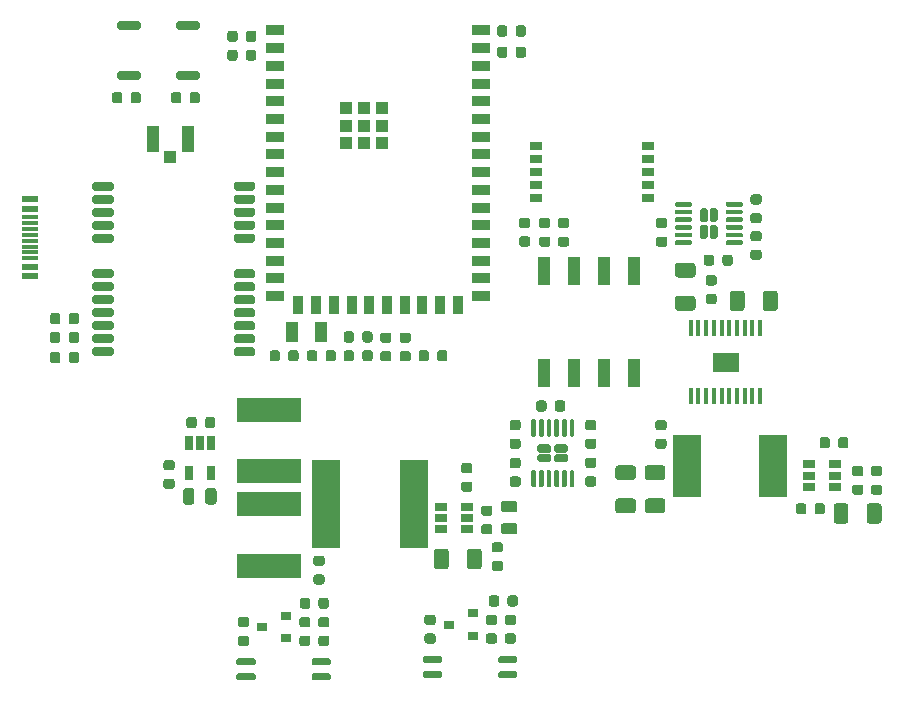
<source format=gbr>
%TF.GenerationSoftware,KiCad,Pcbnew,(5.1.10)-1*%
%TF.CreationDate,2021-07-09T14:19:08-04:00*%
%TF.ProjectId,ControlBoard,436f6e74-726f-46c4-926f-6172642e6b69,rev?*%
%TF.SameCoordinates,Original*%
%TF.FileFunction,Paste,Top*%
%TF.FilePolarity,Positive*%
%FSLAX46Y46*%
G04 Gerber Fmt 4.6, Leading zero omitted, Abs format (unit mm)*
G04 Created by KiCad (PCBNEW (5.1.10)-1) date 2021-07-09 14:19:08*
%MOMM*%
%LPD*%
G01*
G04 APERTURE LIST*
%ADD10C,0.010000*%
%ADD11R,0.900000X0.800000*%
%ADD12R,5.520000X2.000000*%
%ADD13R,1.050000X2.200000*%
%ADD14R,1.000000X1.050000*%
%ADD15R,1.450000X0.300000*%
%ADD16R,1.450000X0.600000*%
%ADD17R,2.413000X5.334000*%
%ADD18R,2.400000X7.500000*%
%ADD19R,1.120000X2.440000*%
%ADD20R,0.650000X1.220000*%
%ADD21R,1.100000X1.100000*%
%ADD22R,1.500000X0.900000*%
%ADD23R,0.900000X1.500000*%
%ADD24R,1.000000X0.800000*%
%ADD25R,1.060000X0.650000*%
%ADD26R,1.000000X1.800000*%
%ADD27R,0.410000X1.440000*%
G04 APERTURE END LIST*
D10*
%TO.C,U5*%
G36*
X180450000Y-91850000D02*
G01*
X180450000Y-93350000D01*
X178350000Y-93350000D01*
X178350000Y-91850000D01*
X180450000Y-91850000D01*
G37*
X180450000Y-91850000D02*
X180450000Y-93350000D01*
X178350000Y-93350000D01*
X178350000Y-91850000D01*
X180450000Y-91850000D01*
%TD*%
%TO.C,R29*%
G36*
G01*
X154656250Y-114850000D02*
X154143750Y-114850000D01*
G75*
G02*
X153925000Y-114631250I0J218750D01*
G01*
X153925000Y-114193750D01*
G75*
G02*
X154143750Y-113975000I218750J0D01*
G01*
X154656250Y-113975000D01*
G75*
G02*
X154875000Y-114193750I0J-218750D01*
G01*
X154875000Y-114631250D01*
G75*
G02*
X154656250Y-114850000I-218750J0D01*
G01*
G37*
G36*
G01*
X154656250Y-116425000D02*
X154143750Y-116425000D01*
G75*
G02*
X153925000Y-116206250I0J218750D01*
G01*
X153925000Y-115768750D01*
G75*
G02*
X154143750Y-115550000I218750J0D01*
G01*
X154656250Y-115550000D01*
G75*
G02*
X154875000Y-115768750I0J-218750D01*
G01*
X154875000Y-116206250D01*
G75*
G02*
X154656250Y-116425000I-218750J0D01*
G01*
G37*
%TD*%
%TO.C,U14*%
G36*
G01*
X153800000Y-117915000D02*
X153800000Y-117615000D01*
G75*
G02*
X153950000Y-117465000I150000J0D01*
G01*
X155275000Y-117465000D01*
G75*
G02*
X155425000Y-117615000I0J-150000D01*
G01*
X155425000Y-117915000D01*
G75*
G02*
X155275000Y-118065000I-150000J0D01*
G01*
X153950000Y-118065000D01*
G75*
G02*
X153800000Y-117915000I0J150000D01*
G01*
G37*
G36*
G01*
X153800000Y-119185000D02*
X153800000Y-118885000D01*
G75*
G02*
X153950000Y-118735000I150000J0D01*
G01*
X155275000Y-118735000D01*
G75*
G02*
X155425000Y-118885000I0J-150000D01*
G01*
X155425000Y-119185000D01*
G75*
G02*
X155275000Y-119335000I-150000J0D01*
G01*
X153950000Y-119335000D01*
G75*
G02*
X153800000Y-119185000I0J150000D01*
G01*
G37*
G36*
G01*
X160175000Y-119185000D02*
X160175000Y-118885000D01*
G75*
G02*
X160325000Y-118735000I150000J0D01*
G01*
X161650000Y-118735000D01*
G75*
G02*
X161800000Y-118885000I0J-150000D01*
G01*
X161800000Y-119185000D01*
G75*
G02*
X161650000Y-119335000I-150000J0D01*
G01*
X160325000Y-119335000D01*
G75*
G02*
X160175000Y-119185000I0J150000D01*
G01*
G37*
G36*
G01*
X160175000Y-117915000D02*
X160175000Y-117615000D01*
G75*
G02*
X160325000Y-117465000I150000J0D01*
G01*
X161650000Y-117465000D01*
G75*
G02*
X161800000Y-117615000I0J-150000D01*
G01*
X161800000Y-117915000D01*
G75*
G02*
X161650000Y-118065000I-150000J0D01*
G01*
X160325000Y-118065000D01*
G75*
G02*
X160175000Y-117915000I0J150000D01*
G01*
G37*
%TD*%
%TO.C,R31*%
G36*
G01*
X159343750Y-113975000D02*
X159856250Y-113975000D01*
G75*
G02*
X160075000Y-114193750I0J-218750D01*
G01*
X160075000Y-114631250D01*
G75*
G02*
X159856250Y-114850000I-218750J0D01*
G01*
X159343750Y-114850000D01*
G75*
G02*
X159125000Y-114631250I0J218750D01*
G01*
X159125000Y-114193750D01*
G75*
G02*
X159343750Y-113975000I218750J0D01*
G01*
G37*
G36*
G01*
X159343750Y-115550000D02*
X159856250Y-115550000D01*
G75*
G02*
X160075000Y-115768750I0J-218750D01*
G01*
X160075000Y-116206250D01*
G75*
G02*
X159856250Y-116425000I-218750J0D01*
G01*
X159343750Y-116425000D01*
G75*
G02*
X159125000Y-116206250I0J218750D01*
G01*
X159125000Y-115768750D01*
G75*
G02*
X159343750Y-115550000I218750J0D01*
G01*
G37*
%TD*%
%TO.C,R30*%
G36*
G01*
X160943750Y-113975000D02*
X161456250Y-113975000D01*
G75*
G02*
X161675000Y-114193750I0J-218750D01*
G01*
X161675000Y-114631250D01*
G75*
G02*
X161456250Y-114850000I-218750J0D01*
G01*
X160943750Y-114850000D01*
G75*
G02*
X160725000Y-114631250I0J218750D01*
G01*
X160725000Y-114193750D01*
G75*
G02*
X160943750Y-113975000I218750J0D01*
G01*
G37*
G36*
G01*
X160943750Y-115550000D02*
X161456250Y-115550000D01*
G75*
G02*
X161675000Y-115768750I0J-218750D01*
G01*
X161675000Y-116206250D01*
G75*
G02*
X161456250Y-116425000I-218750J0D01*
G01*
X160943750Y-116425000D01*
G75*
G02*
X160725000Y-116206250I0J218750D01*
G01*
X160725000Y-115768750D01*
G75*
G02*
X160943750Y-115550000I218750J0D01*
G01*
G37*
%TD*%
D11*
%TO.C,Q1*%
X156000000Y-114800000D03*
X158000000Y-113850000D03*
X158000000Y-115750000D03*
%TD*%
%TO.C,D1*%
G36*
G01*
X160950000Y-113056250D02*
X160950000Y-112543750D01*
G75*
G02*
X161168750Y-112325000I218750J0D01*
G01*
X161606250Y-112325000D01*
G75*
G02*
X161825000Y-112543750I0J-218750D01*
G01*
X161825000Y-113056250D01*
G75*
G02*
X161606250Y-113275000I-218750J0D01*
G01*
X161168750Y-113275000D01*
G75*
G02*
X160950000Y-113056250I0J218750D01*
G01*
G37*
G36*
G01*
X159375000Y-113056250D02*
X159375000Y-112543750D01*
G75*
G02*
X159593750Y-112325000I218750J0D01*
G01*
X160031250Y-112325000D01*
G75*
G02*
X160250000Y-112543750I0J-218750D01*
G01*
X160250000Y-113056250D01*
G75*
G02*
X160031250Y-113275000I-218750J0D01*
G01*
X159593750Y-113275000D01*
G75*
G02*
X159375000Y-113056250I0J218750D01*
G01*
G37*
%TD*%
%TO.C,C1*%
G36*
G01*
X180025000Y-83693750D02*
X180025000Y-84206250D01*
G75*
G02*
X179806250Y-84425000I-218750J0D01*
G01*
X179368750Y-84425000D01*
G75*
G02*
X179150000Y-84206250I0J218750D01*
G01*
X179150000Y-83693750D01*
G75*
G02*
X179368750Y-83475000I218750J0D01*
G01*
X179806250Y-83475000D01*
G75*
G02*
X180025000Y-83693750I0J-218750D01*
G01*
G37*
G36*
G01*
X178450000Y-83693750D02*
X178450000Y-84206250D01*
G75*
G02*
X178231250Y-84425000I-218750J0D01*
G01*
X177793750Y-84425000D01*
G75*
G02*
X177575000Y-84206250I0J218750D01*
G01*
X177575000Y-83693750D01*
G75*
G02*
X177793750Y-83475000I218750J0D01*
G01*
X178231250Y-83475000D01*
G75*
G02*
X178450000Y-83693750I0J-218750D01*
G01*
G37*
%TD*%
%TO.C,C2*%
G36*
G01*
X138112500Y-64743750D02*
X138112500Y-65256250D01*
G75*
G02*
X137893750Y-65475000I-218750J0D01*
G01*
X137456250Y-65475000D01*
G75*
G02*
X137237500Y-65256250I0J218750D01*
G01*
X137237500Y-64743750D01*
G75*
G02*
X137456250Y-64525000I218750J0D01*
G01*
X137893750Y-64525000D01*
G75*
G02*
X138112500Y-64743750I0J-218750D01*
G01*
G37*
G36*
G01*
X139687500Y-64743750D02*
X139687500Y-65256250D01*
G75*
G02*
X139468750Y-65475000I-218750J0D01*
G01*
X139031250Y-65475000D01*
G75*
G02*
X138812500Y-65256250I0J218750D01*
G01*
X138812500Y-64743750D01*
G75*
G02*
X139031250Y-64525000I218750J0D01*
G01*
X139468750Y-64525000D01*
G75*
G02*
X139687500Y-64743750I0J-218750D01*
G01*
G37*
%TD*%
%TO.C,C3*%
G36*
G01*
X135350000Y-97956250D02*
X135350000Y-97443750D01*
G75*
G02*
X135568750Y-97225000I218750J0D01*
G01*
X136006250Y-97225000D01*
G75*
G02*
X136225000Y-97443750I0J-218750D01*
G01*
X136225000Y-97956250D01*
G75*
G02*
X136006250Y-98175000I-218750J0D01*
G01*
X135568750Y-98175000D01*
G75*
G02*
X135350000Y-97956250I0J218750D01*
G01*
G37*
G36*
G01*
X133775000Y-97956250D02*
X133775000Y-97443750D01*
G75*
G02*
X133993750Y-97225000I218750J0D01*
G01*
X134431250Y-97225000D01*
G75*
G02*
X134650000Y-97443750I0J-218750D01*
G01*
X134650000Y-97956250D01*
G75*
G02*
X134431250Y-98175000I-218750J0D01*
G01*
X133993750Y-98175000D01*
G75*
G02*
X133775000Y-97956250I0J218750D01*
G01*
G37*
%TD*%
%TO.C,C4*%
G36*
G01*
X142387500Y-92306250D02*
X142387500Y-91793750D01*
G75*
G02*
X142606250Y-91575000I218750J0D01*
G01*
X143043750Y-91575000D01*
G75*
G02*
X143262500Y-91793750I0J-218750D01*
G01*
X143262500Y-92306250D01*
G75*
G02*
X143043750Y-92525000I-218750J0D01*
G01*
X142606250Y-92525000D01*
G75*
G02*
X142387500Y-92306250I0J218750D01*
G01*
G37*
G36*
G01*
X140812500Y-92306250D02*
X140812500Y-91793750D01*
G75*
G02*
X141031250Y-91575000I218750J0D01*
G01*
X141468750Y-91575000D01*
G75*
G02*
X141687500Y-91793750I0J-218750D01*
G01*
X141687500Y-92306250D01*
G75*
G02*
X141468750Y-92525000I-218750J0D01*
G01*
X141031250Y-92525000D01*
G75*
G02*
X140812500Y-92306250I0J218750D01*
G01*
G37*
%TD*%
%TO.C,C5*%
G36*
G01*
X143975000Y-92306250D02*
X143975000Y-91793750D01*
G75*
G02*
X144193750Y-91575000I218750J0D01*
G01*
X144631250Y-91575000D01*
G75*
G02*
X144850000Y-91793750I0J-218750D01*
G01*
X144850000Y-92306250D01*
G75*
G02*
X144631250Y-92525000I-218750J0D01*
G01*
X144193750Y-92525000D01*
G75*
G02*
X143975000Y-92306250I0J218750D01*
G01*
G37*
G36*
G01*
X145550000Y-92306250D02*
X145550000Y-91793750D01*
G75*
G02*
X145768750Y-91575000I218750J0D01*
G01*
X146206250Y-91575000D01*
G75*
G02*
X146425000Y-91793750I0J-218750D01*
G01*
X146425000Y-92306250D01*
G75*
G02*
X146206250Y-92525000I-218750J0D01*
G01*
X145768750Y-92525000D01*
G75*
G02*
X145550000Y-92306250I0J218750D01*
G01*
G37*
%TD*%
%TO.C,C6*%
G36*
G01*
X129037500Y-70456250D02*
X129037500Y-69943750D01*
G75*
G02*
X129256250Y-69725000I218750J0D01*
G01*
X129693750Y-69725000D01*
G75*
G02*
X129912500Y-69943750I0J-218750D01*
G01*
X129912500Y-70456250D01*
G75*
G02*
X129693750Y-70675000I-218750J0D01*
G01*
X129256250Y-70675000D01*
G75*
G02*
X129037500Y-70456250I0J218750D01*
G01*
G37*
G36*
G01*
X127462500Y-70456250D02*
X127462500Y-69943750D01*
G75*
G02*
X127681250Y-69725000I218750J0D01*
G01*
X128118750Y-69725000D01*
G75*
G02*
X128337500Y-69943750I0J-218750D01*
G01*
X128337500Y-70456250D01*
G75*
G02*
X128118750Y-70675000I-218750J0D01*
G01*
X127681250Y-70675000D01*
G75*
G02*
X127462500Y-70456250I0J218750D01*
G01*
G37*
%TD*%
%TO.C,C7*%
G36*
G01*
X139675000Y-66343750D02*
X139675000Y-66856250D01*
G75*
G02*
X139456250Y-67075000I-218750J0D01*
G01*
X139018750Y-67075000D01*
G75*
G02*
X138800000Y-66856250I0J218750D01*
G01*
X138800000Y-66343750D01*
G75*
G02*
X139018750Y-66125000I218750J0D01*
G01*
X139456250Y-66125000D01*
G75*
G02*
X139675000Y-66343750I0J-218750D01*
G01*
G37*
G36*
G01*
X138100000Y-66343750D02*
X138100000Y-66856250D01*
G75*
G02*
X137881250Y-67075000I-218750J0D01*
G01*
X137443750Y-67075000D01*
G75*
G02*
X137225000Y-66856250I0J218750D01*
G01*
X137225000Y-66343750D01*
G75*
G02*
X137443750Y-66125000I218750J0D01*
G01*
X137881250Y-66125000D01*
G75*
G02*
X138100000Y-66343750I0J-218750D01*
G01*
G37*
%TD*%
%TO.C,C10*%
G36*
G01*
X132462500Y-70456250D02*
X132462500Y-69943750D01*
G75*
G02*
X132681250Y-69725000I218750J0D01*
G01*
X133118750Y-69725000D01*
G75*
G02*
X133337500Y-69943750I0J-218750D01*
G01*
X133337500Y-70456250D01*
G75*
G02*
X133118750Y-70675000I-218750J0D01*
G01*
X132681250Y-70675000D01*
G75*
G02*
X132462500Y-70456250I0J218750D01*
G01*
G37*
G36*
G01*
X134037500Y-70456250D02*
X134037500Y-69943750D01*
G75*
G02*
X134256250Y-69725000I218750J0D01*
G01*
X134693750Y-69725000D01*
G75*
G02*
X134912500Y-69943750I0J-218750D01*
G01*
X134912500Y-70456250D01*
G75*
G02*
X134693750Y-70675000I-218750J0D01*
G01*
X134256250Y-70675000D01*
G75*
G02*
X134037500Y-70456250I0J218750D01*
G01*
G37*
%TD*%
%TO.C,C11*%
G36*
G01*
X132556250Y-103325000D02*
X132043750Y-103325000D01*
G75*
G02*
X131825000Y-103106250I0J218750D01*
G01*
X131825000Y-102668750D01*
G75*
G02*
X132043750Y-102450000I218750J0D01*
G01*
X132556250Y-102450000D01*
G75*
G02*
X132775000Y-102668750I0J-218750D01*
G01*
X132775000Y-103106250D01*
G75*
G02*
X132556250Y-103325000I-218750J0D01*
G01*
G37*
G36*
G01*
X132556250Y-101750000D02*
X132043750Y-101750000D01*
G75*
G02*
X131825000Y-101531250I0J218750D01*
G01*
X131825000Y-101093750D01*
G75*
G02*
X132043750Y-100875000I218750J0D01*
G01*
X132556250Y-100875000D01*
G75*
G02*
X132775000Y-101093750I0J-218750D01*
G01*
X132775000Y-101531250D01*
G75*
G02*
X132556250Y-101750000I-218750J0D01*
G01*
G37*
%TD*%
%TO.C,C12*%
G36*
G01*
X173743750Y-80375000D02*
X174256250Y-80375000D01*
G75*
G02*
X174475000Y-80593750I0J-218750D01*
G01*
X174475000Y-81031250D01*
G75*
G02*
X174256250Y-81250000I-218750J0D01*
G01*
X173743750Y-81250000D01*
G75*
G02*
X173525000Y-81031250I0J218750D01*
G01*
X173525000Y-80593750D01*
G75*
G02*
X173743750Y-80375000I218750J0D01*
G01*
G37*
G36*
G01*
X173743750Y-81950000D02*
X174256250Y-81950000D01*
G75*
G02*
X174475000Y-82168750I0J-218750D01*
G01*
X174475000Y-82606250D01*
G75*
G02*
X174256250Y-82825000I-218750J0D01*
G01*
X173743750Y-82825000D01*
G75*
G02*
X173525000Y-82606250I0J218750D01*
G01*
X173525000Y-82168750D01*
G75*
G02*
X173743750Y-81950000I218750J0D01*
G01*
G37*
%TD*%
%TO.C,C14*%
G36*
G01*
X155875000Y-91793750D02*
X155875000Y-92306250D01*
G75*
G02*
X155656250Y-92525000I-218750J0D01*
G01*
X155218750Y-92525000D01*
G75*
G02*
X155000000Y-92306250I0J218750D01*
G01*
X155000000Y-91793750D01*
G75*
G02*
X155218750Y-91575000I218750J0D01*
G01*
X155656250Y-91575000D01*
G75*
G02*
X155875000Y-91793750I0J-218750D01*
G01*
G37*
G36*
G01*
X154300000Y-91793750D02*
X154300000Y-92306250D01*
G75*
G02*
X154081250Y-92525000I-218750J0D01*
G01*
X153643750Y-92525000D01*
G75*
G02*
X153425000Y-92306250I0J218750D01*
G01*
X153425000Y-91793750D01*
G75*
G02*
X153643750Y-91575000I218750J0D01*
G01*
X154081250Y-91575000D01*
G75*
G02*
X154300000Y-91793750I0J-218750D01*
G01*
G37*
%TD*%
%TO.C,C15*%
G36*
G01*
X147962500Y-91793750D02*
X147962500Y-92306250D01*
G75*
G02*
X147743750Y-92525000I-218750J0D01*
G01*
X147306250Y-92525000D01*
G75*
G02*
X147087500Y-92306250I0J218750D01*
G01*
X147087500Y-91793750D01*
G75*
G02*
X147306250Y-91575000I218750J0D01*
G01*
X147743750Y-91575000D01*
G75*
G02*
X147962500Y-91793750I0J-218750D01*
G01*
G37*
G36*
G01*
X149537500Y-91793750D02*
X149537500Y-92306250D01*
G75*
G02*
X149318750Y-92525000I-218750J0D01*
G01*
X148881250Y-92525000D01*
G75*
G02*
X148662500Y-92306250I0J218750D01*
G01*
X148662500Y-91793750D01*
G75*
G02*
X148881250Y-91575000I218750J0D01*
G01*
X149318750Y-91575000D01*
G75*
G02*
X149537500Y-91793750I0J-218750D01*
G01*
G37*
%TD*%
%TO.C,C16*%
G36*
G01*
X162525000Y-64293750D02*
X162525000Y-64806250D01*
G75*
G02*
X162306250Y-65025000I-218750J0D01*
G01*
X161868750Y-65025000D01*
G75*
G02*
X161650000Y-64806250I0J218750D01*
G01*
X161650000Y-64293750D01*
G75*
G02*
X161868750Y-64075000I218750J0D01*
G01*
X162306250Y-64075000D01*
G75*
G02*
X162525000Y-64293750I0J-218750D01*
G01*
G37*
G36*
G01*
X160950000Y-64293750D02*
X160950000Y-64806250D01*
G75*
G02*
X160731250Y-65025000I-218750J0D01*
G01*
X160293750Y-65025000D01*
G75*
G02*
X160075000Y-64806250I0J218750D01*
G01*
X160075000Y-64293750D01*
G75*
G02*
X160293750Y-64075000I218750J0D01*
G01*
X160731250Y-64075000D01*
G75*
G02*
X160950000Y-64293750I0J-218750D01*
G01*
G37*
%TD*%
%TO.C,C17*%
G36*
G01*
X182575000Y-88025000D02*
X182575000Y-86775000D01*
G75*
G02*
X182825000Y-86525000I250000J0D01*
G01*
X183575000Y-86525000D01*
G75*
G02*
X183825000Y-86775000I0J-250000D01*
G01*
X183825000Y-88025000D01*
G75*
G02*
X183575000Y-88275000I-250000J0D01*
G01*
X182825000Y-88275000D01*
G75*
G02*
X182575000Y-88025000I0J250000D01*
G01*
G37*
G36*
G01*
X179775000Y-88025000D02*
X179775000Y-86775000D01*
G75*
G02*
X180025000Y-86525000I250000J0D01*
G01*
X180775000Y-86525000D01*
G75*
G02*
X181025000Y-86775000I0J-250000D01*
G01*
X181025000Y-88025000D01*
G75*
G02*
X180775000Y-88275000I-250000J0D01*
G01*
X180025000Y-88275000D01*
G75*
G02*
X179775000Y-88025000I0J250000D01*
G01*
G37*
%TD*%
%TO.C,C18*%
G36*
G01*
X161856250Y-99925000D02*
X161343750Y-99925000D01*
G75*
G02*
X161125000Y-99706250I0J218750D01*
G01*
X161125000Y-99268750D01*
G75*
G02*
X161343750Y-99050000I218750J0D01*
G01*
X161856250Y-99050000D01*
G75*
G02*
X162075000Y-99268750I0J-218750D01*
G01*
X162075000Y-99706250D01*
G75*
G02*
X161856250Y-99925000I-218750J0D01*
G01*
G37*
G36*
G01*
X161856250Y-98350000D02*
X161343750Y-98350000D01*
G75*
G02*
X161125000Y-98131250I0J218750D01*
G01*
X161125000Y-97693750D01*
G75*
G02*
X161343750Y-97475000I218750J0D01*
G01*
X161856250Y-97475000D01*
G75*
G02*
X162075000Y-97693750I0J-218750D01*
G01*
X162075000Y-98131250D01*
G75*
G02*
X161856250Y-98350000I-218750J0D01*
G01*
G37*
%TD*%
%TO.C,C19*%
G36*
G01*
X162143750Y-81937500D02*
X162656250Y-81937500D01*
G75*
G02*
X162875000Y-82156250I0J-218750D01*
G01*
X162875000Y-82593750D01*
G75*
G02*
X162656250Y-82812500I-218750J0D01*
G01*
X162143750Y-82812500D01*
G75*
G02*
X161925000Y-82593750I0J218750D01*
G01*
X161925000Y-82156250D01*
G75*
G02*
X162143750Y-81937500I218750J0D01*
G01*
G37*
G36*
G01*
X162143750Y-80362500D02*
X162656250Y-80362500D01*
G75*
G02*
X162875000Y-80581250I0J-218750D01*
G01*
X162875000Y-81018750D01*
G75*
G02*
X162656250Y-81237500I-218750J0D01*
G01*
X162143750Y-81237500D01*
G75*
G02*
X161925000Y-81018750I0J218750D01*
G01*
X161925000Y-80581250D01*
G75*
G02*
X162143750Y-80362500I218750J0D01*
G01*
G37*
%TD*%
%TO.C,C22*%
G36*
G01*
X165443750Y-80375000D02*
X165956250Y-80375000D01*
G75*
G02*
X166175000Y-80593750I0J-218750D01*
G01*
X166175000Y-81031250D01*
G75*
G02*
X165956250Y-81250000I-218750J0D01*
G01*
X165443750Y-81250000D01*
G75*
G02*
X165225000Y-81031250I0J218750D01*
G01*
X165225000Y-80593750D01*
G75*
G02*
X165443750Y-80375000I218750J0D01*
G01*
G37*
G36*
G01*
X165443750Y-81950000D02*
X165956250Y-81950000D01*
G75*
G02*
X166175000Y-82168750I0J-218750D01*
G01*
X166175000Y-82606250D01*
G75*
G02*
X165956250Y-82825000I-218750J0D01*
G01*
X165443750Y-82825000D01*
G75*
G02*
X165225000Y-82606250I0J218750D01*
G01*
X165225000Y-82168750D01*
G75*
G02*
X165443750Y-81950000I218750J0D01*
G01*
G37*
%TD*%
%TO.C,C24*%
G36*
G01*
X163843750Y-80375000D02*
X164356250Y-80375000D01*
G75*
G02*
X164575000Y-80593750I0J-218750D01*
G01*
X164575000Y-81031250D01*
G75*
G02*
X164356250Y-81250000I-218750J0D01*
G01*
X163843750Y-81250000D01*
G75*
G02*
X163625000Y-81031250I0J218750D01*
G01*
X163625000Y-80593750D01*
G75*
G02*
X163843750Y-80375000I218750J0D01*
G01*
G37*
G36*
G01*
X163843750Y-81950000D02*
X164356250Y-81950000D01*
G75*
G02*
X164575000Y-82168750I0J-218750D01*
G01*
X164575000Y-82606250D01*
G75*
G02*
X164356250Y-82825000I-218750J0D01*
G01*
X163843750Y-82825000D01*
G75*
G02*
X163625000Y-82606250I0J218750D01*
G01*
X163625000Y-82168750D01*
G75*
G02*
X163843750Y-81950000I218750J0D01*
G01*
G37*
%TD*%
%TO.C,C26*%
G36*
G01*
X124675000Y-90243750D02*
X124675000Y-90756250D01*
G75*
G02*
X124456250Y-90975000I-218750J0D01*
G01*
X124018750Y-90975000D01*
G75*
G02*
X123800000Y-90756250I0J218750D01*
G01*
X123800000Y-90243750D01*
G75*
G02*
X124018750Y-90025000I218750J0D01*
G01*
X124456250Y-90025000D01*
G75*
G02*
X124675000Y-90243750I0J-218750D01*
G01*
G37*
G36*
G01*
X123100000Y-90243750D02*
X123100000Y-90756250D01*
G75*
G02*
X122881250Y-90975000I-218750J0D01*
G01*
X122443750Y-90975000D01*
G75*
G02*
X122225000Y-90756250I0J218750D01*
G01*
X122225000Y-90243750D01*
G75*
G02*
X122443750Y-90025000I218750J0D01*
G01*
X122881250Y-90025000D01*
G75*
G02*
X123100000Y-90243750I0J-218750D01*
G01*
G37*
%TD*%
%TO.C,C27*%
G36*
G01*
X164262500Y-96043750D02*
X164262500Y-96556250D01*
G75*
G02*
X164043750Y-96775000I-218750J0D01*
G01*
X163606250Y-96775000D01*
G75*
G02*
X163387500Y-96556250I0J218750D01*
G01*
X163387500Y-96043750D01*
G75*
G02*
X163606250Y-95825000I218750J0D01*
G01*
X164043750Y-95825000D01*
G75*
G02*
X164262500Y-96043750I0J-218750D01*
G01*
G37*
G36*
G01*
X165837500Y-96043750D02*
X165837500Y-96556250D01*
G75*
G02*
X165618750Y-96775000I-218750J0D01*
G01*
X165181250Y-96775000D01*
G75*
G02*
X164962500Y-96556250I0J218750D01*
G01*
X164962500Y-96043750D01*
G75*
G02*
X165181250Y-95825000I218750J0D01*
G01*
X165618750Y-95825000D01*
G75*
G02*
X165837500Y-96043750I0J-218750D01*
G01*
G37*
%TD*%
%TO.C,C29*%
G36*
G01*
X123100000Y-88643750D02*
X123100000Y-89156250D01*
G75*
G02*
X122881250Y-89375000I-218750J0D01*
G01*
X122443750Y-89375000D01*
G75*
G02*
X122225000Y-89156250I0J218750D01*
G01*
X122225000Y-88643750D01*
G75*
G02*
X122443750Y-88425000I218750J0D01*
G01*
X122881250Y-88425000D01*
G75*
G02*
X123100000Y-88643750I0J-218750D01*
G01*
G37*
G36*
G01*
X124675000Y-88643750D02*
X124675000Y-89156250D01*
G75*
G02*
X124456250Y-89375000I-218750J0D01*
G01*
X124018750Y-89375000D01*
G75*
G02*
X123800000Y-89156250I0J218750D01*
G01*
X123800000Y-88643750D01*
G75*
G02*
X124018750Y-88425000I218750J0D01*
G01*
X124456250Y-88425000D01*
G75*
G02*
X124675000Y-88643750I0J-218750D01*
G01*
G37*
%TD*%
%TO.C,C31*%
G36*
G01*
X124675000Y-91943750D02*
X124675000Y-92456250D01*
G75*
G02*
X124456250Y-92675000I-218750J0D01*
G01*
X124018750Y-92675000D01*
G75*
G02*
X123800000Y-92456250I0J218750D01*
G01*
X123800000Y-91943750D01*
G75*
G02*
X124018750Y-91725000I218750J0D01*
G01*
X124456250Y-91725000D01*
G75*
G02*
X124675000Y-91943750I0J-218750D01*
G01*
G37*
G36*
G01*
X123100000Y-91943750D02*
X123100000Y-92456250D01*
G75*
G02*
X122881250Y-92675000I-218750J0D01*
G01*
X122443750Y-92675000D01*
G75*
G02*
X122225000Y-92456250I0J218750D01*
G01*
X122225000Y-91943750D01*
G75*
G02*
X122443750Y-91725000I218750J0D01*
G01*
X122881250Y-91725000D01*
G75*
G02*
X123100000Y-91943750I0J-218750D01*
G01*
G37*
%TD*%
%TO.C,C33*%
G36*
G01*
X189825000Y-104775000D02*
X189825000Y-106025000D01*
G75*
G02*
X189575000Y-106275000I-250000J0D01*
G01*
X188825000Y-106275000D01*
G75*
G02*
X188575000Y-106025000I0J250000D01*
G01*
X188575000Y-104775000D01*
G75*
G02*
X188825000Y-104525000I250000J0D01*
G01*
X189575000Y-104525000D01*
G75*
G02*
X189825000Y-104775000I0J-250000D01*
G01*
G37*
G36*
G01*
X192625000Y-104775000D02*
X192625000Y-106025000D01*
G75*
G02*
X192375000Y-106275000I-250000J0D01*
G01*
X191625000Y-106275000D01*
G75*
G02*
X191375000Y-106025000I0J250000D01*
G01*
X191375000Y-104775000D01*
G75*
G02*
X191625000Y-104525000I250000J0D01*
G01*
X192375000Y-104525000D01*
G75*
G02*
X192625000Y-104775000I0J-250000D01*
G01*
G37*
%TD*%
%TO.C,C34*%
G36*
G01*
X186950000Y-105256250D02*
X186950000Y-104743750D01*
G75*
G02*
X187168750Y-104525000I218750J0D01*
G01*
X187606250Y-104525000D01*
G75*
G02*
X187825000Y-104743750I0J-218750D01*
G01*
X187825000Y-105256250D01*
G75*
G02*
X187606250Y-105475000I-218750J0D01*
G01*
X187168750Y-105475000D01*
G75*
G02*
X186950000Y-105256250I0J218750D01*
G01*
G37*
G36*
G01*
X185375000Y-105256250D02*
X185375000Y-104743750D01*
G75*
G02*
X185593750Y-104525000I218750J0D01*
G01*
X186031250Y-104525000D01*
G75*
G02*
X186250000Y-104743750I0J-218750D01*
G01*
X186250000Y-105256250D01*
G75*
G02*
X186031250Y-105475000I-218750J0D01*
G01*
X185593750Y-105475000D01*
G75*
G02*
X185375000Y-105256250I0J218750D01*
G01*
G37*
%TD*%
%TO.C,C35*%
G36*
G01*
X188250000Y-99143750D02*
X188250000Y-99656250D01*
G75*
G02*
X188031250Y-99875000I-218750J0D01*
G01*
X187593750Y-99875000D01*
G75*
G02*
X187375000Y-99656250I0J218750D01*
G01*
X187375000Y-99143750D01*
G75*
G02*
X187593750Y-98925000I218750J0D01*
G01*
X188031250Y-98925000D01*
G75*
G02*
X188250000Y-99143750I0J-218750D01*
G01*
G37*
G36*
G01*
X189825000Y-99143750D02*
X189825000Y-99656250D01*
G75*
G02*
X189606250Y-99875000I-218750J0D01*
G01*
X189168750Y-99875000D01*
G75*
G02*
X188950000Y-99656250I0J218750D01*
G01*
X188950000Y-99143750D01*
G75*
G02*
X189168750Y-98925000I218750J0D01*
G01*
X189606250Y-98925000D01*
G75*
G02*
X189825000Y-99143750I0J-218750D01*
G01*
G37*
%TD*%
%TO.C,C36*%
G36*
G01*
X171575000Y-105375000D02*
X170325000Y-105375000D01*
G75*
G02*
X170075000Y-105125000I0J250000D01*
G01*
X170075000Y-104375000D01*
G75*
G02*
X170325000Y-104125000I250000J0D01*
G01*
X171575000Y-104125000D01*
G75*
G02*
X171825000Y-104375000I0J-250000D01*
G01*
X171825000Y-105125000D01*
G75*
G02*
X171575000Y-105375000I-250000J0D01*
G01*
G37*
G36*
G01*
X171575000Y-102575000D02*
X170325000Y-102575000D01*
G75*
G02*
X170075000Y-102325000I0J250000D01*
G01*
X170075000Y-101575000D01*
G75*
G02*
X170325000Y-101325000I250000J0D01*
G01*
X171575000Y-101325000D01*
G75*
G02*
X171825000Y-101575000I0J-250000D01*
G01*
X171825000Y-102325000D01*
G75*
G02*
X171575000Y-102575000I-250000J0D01*
G01*
G37*
%TD*%
%TO.C,C37*%
G36*
G01*
X174075000Y-105375000D02*
X172825000Y-105375000D01*
G75*
G02*
X172575000Y-105125000I0J250000D01*
G01*
X172575000Y-104375000D01*
G75*
G02*
X172825000Y-104125000I250000J0D01*
G01*
X174075000Y-104125000D01*
G75*
G02*
X174325000Y-104375000I0J-250000D01*
G01*
X174325000Y-105125000D01*
G75*
G02*
X174075000Y-105375000I-250000J0D01*
G01*
G37*
G36*
G01*
X174075000Y-102575000D02*
X172825000Y-102575000D01*
G75*
G02*
X172575000Y-102325000I0J250000D01*
G01*
X172575000Y-101575000D01*
G75*
G02*
X172825000Y-101325000I250000J0D01*
G01*
X174075000Y-101325000D01*
G75*
G02*
X174325000Y-101575000I0J-250000D01*
G01*
X174325000Y-102325000D01*
G75*
G02*
X174075000Y-102575000I-250000J0D01*
G01*
G37*
%TD*%
%TO.C,C38*%
G36*
G01*
X158775000Y-108625000D02*
X158775000Y-109875000D01*
G75*
G02*
X158525000Y-110125000I-250000J0D01*
G01*
X157775000Y-110125000D01*
G75*
G02*
X157525000Y-109875000I0J250000D01*
G01*
X157525000Y-108625000D01*
G75*
G02*
X157775000Y-108375000I250000J0D01*
G01*
X158525000Y-108375000D01*
G75*
G02*
X158775000Y-108625000I0J-250000D01*
G01*
G37*
G36*
G01*
X155975000Y-108625000D02*
X155975000Y-109875000D01*
G75*
G02*
X155725000Y-110125000I-250000J0D01*
G01*
X154975000Y-110125000D01*
G75*
G02*
X154725000Y-109875000I0J250000D01*
G01*
X154725000Y-108625000D01*
G75*
G02*
X154975000Y-108375000I250000J0D01*
G01*
X155725000Y-108375000D01*
G75*
G02*
X155975000Y-108625000I0J-250000D01*
G01*
G37*
%TD*%
%TO.C,C39*%
G36*
G01*
X157243750Y-102700000D02*
X157756250Y-102700000D01*
G75*
G02*
X157975000Y-102918750I0J-218750D01*
G01*
X157975000Y-103356250D01*
G75*
G02*
X157756250Y-103575000I-218750J0D01*
G01*
X157243750Y-103575000D01*
G75*
G02*
X157025000Y-103356250I0J218750D01*
G01*
X157025000Y-102918750D01*
G75*
G02*
X157243750Y-102700000I218750J0D01*
G01*
G37*
G36*
G01*
X157243750Y-101125000D02*
X157756250Y-101125000D01*
G75*
G02*
X157975000Y-101343750I0J-218750D01*
G01*
X157975000Y-101781250D01*
G75*
G02*
X157756250Y-102000000I-218750J0D01*
G01*
X157243750Y-102000000D01*
G75*
G02*
X157025000Y-101781250I0J218750D01*
G01*
X157025000Y-101343750D01*
G75*
G02*
X157243750Y-101125000I218750J0D01*
G01*
G37*
%TD*%
%TO.C,C40*%
G36*
G01*
X160643750Y-104325000D02*
X161556250Y-104325000D01*
G75*
G02*
X161800000Y-104568750I0J-243750D01*
G01*
X161800000Y-105056250D01*
G75*
G02*
X161556250Y-105300000I-243750J0D01*
G01*
X160643750Y-105300000D01*
G75*
G02*
X160400000Y-105056250I0J243750D01*
G01*
X160400000Y-104568750D01*
G75*
G02*
X160643750Y-104325000I243750J0D01*
G01*
G37*
G36*
G01*
X160643750Y-106200000D02*
X161556250Y-106200000D01*
G75*
G02*
X161800000Y-106443750I0J-243750D01*
G01*
X161800000Y-106931250D01*
G75*
G02*
X161556250Y-107175000I-243750J0D01*
G01*
X160643750Y-107175000D01*
G75*
G02*
X160400000Y-106931250I0J243750D01*
G01*
X160400000Y-106443750D01*
G75*
G02*
X160643750Y-106200000I243750J0D01*
G01*
G37*
%TD*%
D12*
%TO.C,C41*%
X140800000Y-101803000D03*
X140800000Y-96597000D03*
%TD*%
%TO.C,C43*%
X140800000Y-109803000D03*
X140800000Y-104597000D03*
%TD*%
%TO.C,D2*%
G36*
G01*
X144950000Y-113256250D02*
X144950000Y-112743750D01*
G75*
G02*
X145168750Y-112525000I218750J0D01*
G01*
X145606250Y-112525000D01*
G75*
G02*
X145825000Y-112743750I0J-218750D01*
G01*
X145825000Y-113256250D01*
G75*
G02*
X145606250Y-113475000I-218750J0D01*
G01*
X145168750Y-113475000D01*
G75*
G02*
X144950000Y-113256250I0J218750D01*
G01*
G37*
G36*
G01*
X143375000Y-113256250D02*
X143375000Y-112743750D01*
G75*
G02*
X143593750Y-112525000I218750J0D01*
G01*
X144031250Y-112525000D01*
G75*
G02*
X144250000Y-112743750I0J-218750D01*
G01*
X144250000Y-113256250D01*
G75*
G02*
X144031250Y-113475000I-218750J0D01*
G01*
X143593750Y-113475000D01*
G75*
G02*
X143375000Y-113256250I0J218750D01*
G01*
G37*
%TD*%
%TO.C,F1*%
G36*
G01*
X177943750Y-86800000D02*
X178456250Y-86800000D01*
G75*
G02*
X178675000Y-87018750I0J-218750D01*
G01*
X178675000Y-87456250D01*
G75*
G02*
X178456250Y-87675000I-218750J0D01*
G01*
X177943750Y-87675000D01*
G75*
G02*
X177725000Y-87456250I0J218750D01*
G01*
X177725000Y-87018750D01*
G75*
G02*
X177943750Y-86800000I218750J0D01*
G01*
G37*
G36*
G01*
X177943750Y-85225000D02*
X178456250Y-85225000D01*
G75*
G02*
X178675000Y-85443750I0J-218750D01*
G01*
X178675000Y-85881250D01*
G75*
G02*
X178456250Y-86100000I-218750J0D01*
G01*
X177943750Y-86100000D01*
G75*
G02*
X177725000Y-85881250I0J218750D01*
G01*
X177725000Y-85443750D01*
G75*
G02*
X177943750Y-85225000I218750J0D01*
G01*
G37*
%TD*%
%TO.C,F2*%
G36*
G01*
X168256250Y-99925000D02*
X167743750Y-99925000D01*
G75*
G02*
X167525000Y-99706250I0J218750D01*
G01*
X167525000Y-99268750D01*
G75*
G02*
X167743750Y-99050000I218750J0D01*
G01*
X168256250Y-99050000D01*
G75*
G02*
X168475000Y-99268750I0J-218750D01*
G01*
X168475000Y-99706250D01*
G75*
G02*
X168256250Y-99925000I-218750J0D01*
G01*
G37*
G36*
G01*
X168256250Y-98350000D02*
X167743750Y-98350000D01*
G75*
G02*
X167525000Y-98131250I0J218750D01*
G01*
X167525000Y-97693750D01*
G75*
G02*
X167743750Y-97475000I218750J0D01*
G01*
X168256250Y-97475000D01*
G75*
G02*
X168475000Y-97693750I0J-218750D01*
G01*
X168475000Y-98131250D01*
G75*
G02*
X168256250Y-98350000I-218750J0D01*
G01*
G37*
%TD*%
%TO.C,F3*%
G36*
G01*
X173693750Y-97475000D02*
X174206250Y-97475000D01*
G75*
G02*
X174425000Y-97693750I0J-218750D01*
G01*
X174425000Y-98131250D01*
G75*
G02*
X174206250Y-98350000I-218750J0D01*
G01*
X173693750Y-98350000D01*
G75*
G02*
X173475000Y-98131250I0J218750D01*
G01*
X173475000Y-97693750D01*
G75*
G02*
X173693750Y-97475000I218750J0D01*
G01*
G37*
G36*
G01*
X173693750Y-99050000D02*
X174206250Y-99050000D01*
G75*
G02*
X174425000Y-99268750I0J-218750D01*
G01*
X174425000Y-99706250D01*
G75*
G02*
X174206250Y-99925000I-218750J0D01*
G01*
X173693750Y-99925000D01*
G75*
G02*
X173475000Y-99706250I0J218750D01*
G01*
X173475000Y-99268750D01*
G75*
G02*
X173693750Y-99050000I218750J0D01*
G01*
G37*
%TD*%
%TO.C,F4*%
G36*
G01*
X145256250Y-111425000D02*
X144743750Y-111425000D01*
G75*
G02*
X144525000Y-111206250I0J218750D01*
G01*
X144525000Y-110768750D01*
G75*
G02*
X144743750Y-110550000I218750J0D01*
G01*
X145256250Y-110550000D01*
G75*
G02*
X145475000Y-110768750I0J-218750D01*
G01*
X145475000Y-111206250D01*
G75*
G02*
X145256250Y-111425000I-218750J0D01*
G01*
G37*
G36*
G01*
X145256250Y-109850000D02*
X144743750Y-109850000D01*
G75*
G02*
X144525000Y-109631250I0J218750D01*
G01*
X144525000Y-109193750D01*
G75*
G02*
X144743750Y-108975000I218750J0D01*
G01*
X145256250Y-108975000D01*
G75*
G02*
X145475000Y-109193750I0J-218750D01*
G01*
X145475000Y-109631250D01*
G75*
G02*
X145256250Y-109850000I-218750J0D01*
G01*
G37*
%TD*%
D13*
%TO.C,J1*%
X133875000Y-73675000D03*
D14*
X132400000Y-75200000D03*
D13*
X130925000Y-73675000D03*
%TD*%
D15*
%TO.C,J8*%
X120545000Y-81800000D03*
X120545000Y-83800000D03*
X120545000Y-83300000D03*
X120545000Y-82800000D03*
X120545000Y-82300000D03*
X120545000Y-81300000D03*
X120545000Y-80800000D03*
X120545000Y-80300000D03*
D16*
X120545000Y-85300000D03*
X120545000Y-84500000D03*
X120545000Y-79600000D03*
X120545000Y-78800000D03*
X120545000Y-78800000D03*
X120545000Y-79600000D03*
X120545000Y-84500000D03*
X120545000Y-85300000D03*
%TD*%
%TO.C,L1*%
G36*
G01*
X136325000Y-103493750D02*
X136325000Y-104406250D01*
G75*
G02*
X136081250Y-104650000I-243750J0D01*
G01*
X135593750Y-104650000D01*
G75*
G02*
X135350000Y-104406250I0J243750D01*
G01*
X135350000Y-103493750D01*
G75*
G02*
X135593750Y-103250000I243750J0D01*
G01*
X136081250Y-103250000D01*
G75*
G02*
X136325000Y-103493750I0J-243750D01*
G01*
G37*
G36*
G01*
X134450000Y-103493750D02*
X134450000Y-104406250D01*
G75*
G02*
X134206250Y-104650000I-243750J0D01*
G01*
X133718750Y-104650000D01*
G75*
G02*
X133475000Y-104406250I0J243750D01*
G01*
X133475000Y-103493750D01*
G75*
G02*
X133718750Y-103250000I243750J0D01*
G01*
X134206250Y-103250000D01*
G75*
G02*
X134450000Y-103493750I0J-243750D01*
G01*
G37*
%TD*%
D17*
%TO.C,L3*%
X176180500Y-101400000D03*
X183419500Y-101400000D03*
%TD*%
D18*
%TO.C,L4*%
X153000000Y-104600000D03*
X145600000Y-104600000D03*
%TD*%
D11*
%TO.C,Q3*%
X142200000Y-115950000D03*
X142200000Y-114050000D03*
X140200000Y-115000000D03*
%TD*%
%TO.C,R1*%
G36*
G01*
X182256250Y-83937500D02*
X181743750Y-83937500D01*
G75*
G02*
X181525000Y-83718750I0J218750D01*
G01*
X181525000Y-83281250D01*
G75*
G02*
X181743750Y-83062500I218750J0D01*
G01*
X182256250Y-83062500D01*
G75*
G02*
X182475000Y-83281250I0J-218750D01*
G01*
X182475000Y-83718750D01*
G75*
G02*
X182256250Y-83937500I-218750J0D01*
G01*
G37*
G36*
G01*
X182256250Y-82362500D02*
X181743750Y-82362500D01*
G75*
G02*
X181525000Y-82143750I0J218750D01*
G01*
X181525000Y-81706250D01*
G75*
G02*
X181743750Y-81487500I218750J0D01*
G01*
X182256250Y-81487500D01*
G75*
G02*
X182475000Y-81706250I0J-218750D01*
G01*
X182475000Y-82143750D01*
G75*
G02*
X182256250Y-82362500I-218750J0D01*
G01*
G37*
%TD*%
%TO.C,R2*%
G36*
G01*
X181743750Y-79950000D02*
X182256250Y-79950000D01*
G75*
G02*
X182475000Y-80168750I0J-218750D01*
G01*
X182475000Y-80606250D01*
G75*
G02*
X182256250Y-80825000I-218750J0D01*
G01*
X181743750Y-80825000D01*
G75*
G02*
X181525000Y-80606250I0J218750D01*
G01*
X181525000Y-80168750D01*
G75*
G02*
X181743750Y-79950000I218750J0D01*
G01*
G37*
G36*
G01*
X181743750Y-78375000D02*
X182256250Y-78375000D01*
G75*
G02*
X182475000Y-78593750I0J-218750D01*
G01*
X182475000Y-79031250D01*
G75*
G02*
X182256250Y-79250000I-218750J0D01*
G01*
X181743750Y-79250000D01*
G75*
G02*
X181525000Y-79031250I0J218750D01*
G01*
X181525000Y-78593750D01*
G75*
G02*
X181743750Y-78375000I218750J0D01*
G01*
G37*
%TD*%
%TO.C,R3*%
G36*
G01*
X147962500Y-90193750D02*
X147962500Y-90706250D01*
G75*
G02*
X147743750Y-90925000I-218750J0D01*
G01*
X147306250Y-90925000D01*
G75*
G02*
X147087500Y-90706250I0J218750D01*
G01*
X147087500Y-90193750D01*
G75*
G02*
X147306250Y-89975000I218750J0D01*
G01*
X147743750Y-89975000D01*
G75*
G02*
X147962500Y-90193750I0J-218750D01*
G01*
G37*
G36*
G01*
X149537500Y-90193750D02*
X149537500Y-90706250D01*
G75*
G02*
X149318750Y-90925000I-218750J0D01*
G01*
X148881250Y-90925000D01*
G75*
G02*
X148662500Y-90706250I0J218750D01*
G01*
X148662500Y-90193750D01*
G75*
G02*
X148881250Y-89975000I218750J0D01*
G01*
X149318750Y-89975000D01*
G75*
G02*
X149537500Y-90193750I0J-218750D01*
G01*
G37*
%TD*%
%TO.C,R4*%
G36*
G01*
X152043750Y-91650000D02*
X152556250Y-91650000D01*
G75*
G02*
X152775000Y-91868750I0J-218750D01*
G01*
X152775000Y-92306250D01*
G75*
G02*
X152556250Y-92525000I-218750J0D01*
G01*
X152043750Y-92525000D01*
G75*
G02*
X151825000Y-92306250I0J218750D01*
G01*
X151825000Y-91868750D01*
G75*
G02*
X152043750Y-91650000I218750J0D01*
G01*
G37*
G36*
G01*
X152043750Y-90075000D02*
X152556250Y-90075000D01*
G75*
G02*
X152775000Y-90293750I0J-218750D01*
G01*
X152775000Y-90731250D01*
G75*
G02*
X152556250Y-90950000I-218750J0D01*
G01*
X152043750Y-90950000D01*
G75*
G02*
X151825000Y-90731250I0J218750D01*
G01*
X151825000Y-90293750D01*
G75*
G02*
X152043750Y-90075000I218750J0D01*
G01*
G37*
%TD*%
%TO.C,R5*%
G36*
G01*
X150393750Y-90075000D02*
X150906250Y-90075000D01*
G75*
G02*
X151125000Y-90293750I0J-218750D01*
G01*
X151125000Y-90731250D01*
G75*
G02*
X150906250Y-90950000I-218750J0D01*
G01*
X150393750Y-90950000D01*
G75*
G02*
X150175000Y-90731250I0J218750D01*
G01*
X150175000Y-90293750D01*
G75*
G02*
X150393750Y-90075000I218750J0D01*
G01*
G37*
G36*
G01*
X150393750Y-91650000D02*
X150906250Y-91650000D01*
G75*
G02*
X151125000Y-91868750I0J-218750D01*
G01*
X151125000Y-92306250D01*
G75*
G02*
X150906250Y-92525000I-218750J0D01*
G01*
X150393750Y-92525000D01*
G75*
G02*
X150175000Y-92306250I0J218750D01*
G01*
X150175000Y-91868750D01*
G75*
G02*
X150393750Y-91650000I218750J0D01*
G01*
G37*
%TD*%
%TO.C,R6*%
G36*
G01*
X161650000Y-66606250D02*
X161650000Y-66093750D01*
G75*
G02*
X161868750Y-65875000I218750J0D01*
G01*
X162306250Y-65875000D01*
G75*
G02*
X162525000Y-66093750I0J-218750D01*
G01*
X162525000Y-66606250D01*
G75*
G02*
X162306250Y-66825000I-218750J0D01*
G01*
X161868750Y-66825000D01*
G75*
G02*
X161650000Y-66606250I0J218750D01*
G01*
G37*
G36*
G01*
X160075000Y-66606250D02*
X160075000Y-66093750D01*
G75*
G02*
X160293750Y-65875000I218750J0D01*
G01*
X160731250Y-65875000D01*
G75*
G02*
X160950000Y-66093750I0J-218750D01*
G01*
X160950000Y-66606250D01*
G75*
G02*
X160731250Y-66825000I-218750J0D01*
G01*
X160293750Y-66825000D01*
G75*
G02*
X160075000Y-66606250I0J218750D01*
G01*
G37*
%TD*%
%TO.C,R8*%
G36*
G01*
X161343750Y-102262500D02*
X161856250Y-102262500D01*
G75*
G02*
X162075000Y-102481250I0J-218750D01*
G01*
X162075000Y-102918750D01*
G75*
G02*
X161856250Y-103137500I-218750J0D01*
G01*
X161343750Y-103137500D01*
G75*
G02*
X161125000Y-102918750I0J218750D01*
G01*
X161125000Y-102481250D01*
G75*
G02*
X161343750Y-102262500I218750J0D01*
G01*
G37*
G36*
G01*
X161343750Y-100687500D02*
X161856250Y-100687500D01*
G75*
G02*
X162075000Y-100906250I0J-218750D01*
G01*
X162075000Y-101343750D01*
G75*
G02*
X161856250Y-101562500I-218750J0D01*
G01*
X161343750Y-101562500D01*
G75*
G02*
X161125000Y-101343750I0J218750D01*
G01*
X161125000Y-100906250D01*
G75*
G02*
X161343750Y-100687500I218750J0D01*
G01*
G37*
%TD*%
%TO.C,R9*%
G36*
G01*
X167743750Y-100675000D02*
X168256250Y-100675000D01*
G75*
G02*
X168475000Y-100893750I0J-218750D01*
G01*
X168475000Y-101331250D01*
G75*
G02*
X168256250Y-101550000I-218750J0D01*
G01*
X167743750Y-101550000D01*
G75*
G02*
X167525000Y-101331250I0J218750D01*
G01*
X167525000Y-100893750D01*
G75*
G02*
X167743750Y-100675000I218750J0D01*
G01*
G37*
G36*
G01*
X167743750Y-102250000D02*
X168256250Y-102250000D01*
G75*
G02*
X168475000Y-102468750I0J-218750D01*
G01*
X168475000Y-102906250D01*
G75*
G02*
X168256250Y-103125000I-218750J0D01*
G01*
X167743750Y-103125000D01*
G75*
G02*
X167525000Y-102906250I0J218750D01*
G01*
X167525000Y-102468750D01*
G75*
G02*
X167743750Y-102250000I218750J0D01*
G01*
G37*
%TD*%
%TO.C,R17*%
G36*
G01*
X190343750Y-102950000D02*
X190856250Y-102950000D01*
G75*
G02*
X191075000Y-103168750I0J-218750D01*
G01*
X191075000Y-103606250D01*
G75*
G02*
X190856250Y-103825000I-218750J0D01*
G01*
X190343750Y-103825000D01*
G75*
G02*
X190125000Y-103606250I0J218750D01*
G01*
X190125000Y-103168750D01*
G75*
G02*
X190343750Y-102950000I218750J0D01*
G01*
G37*
G36*
G01*
X190343750Y-101375000D02*
X190856250Y-101375000D01*
G75*
G02*
X191075000Y-101593750I0J-218750D01*
G01*
X191075000Y-102031250D01*
G75*
G02*
X190856250Y-102250000I-218750J0D01*
G01*
X190343750Y-102250000D01*
G75*
G02*
X190125000Y-102031250I0J218750D01*
G01*
X190125000Y-101593750D01*
G75*
G02*
X190343750Y-101375000I218750J0D01*
G01*
G37*
%TD*%
%TO.C,R18*%
G36*
G01*
X192456250Y-103825000D02*
X191943750Y-103825000D01*
G75*
G02*
X191725000Y-103606250I0J218750D01*
G01*
X191725000Y-103168750D01*
G75*
G02*
X191943750Y-102950000I218750J0D01*
G01*
X192456250Y-102950000D01*
G75*
G02*
X192675000Y-103168750I0J-218750D01*
G01*
X192675000Y-103606250D01*
G75*
G02*
X192456250Y-103825000I-218750J0D01*
G01*
G37*
G36*
G01*
X192456250Y-102250000D02*
X191943750Y-102250000D01*
G75*
G02*
X191725000Y-102031250I0J218750D01*
G01*
X191725000Y-101593750D01*
G75*
G02*
X191943750Y-101375000I218750J0D01*
G01*
X192456250Y-101375000D01*
G75*
G02*
X192675000Y-101593750I0J-218750D01*
G01*
X192675000Y-102031250D01*
G75*
G02*
X192456250Y-102250000I-218750J0D01*
G01*
G37*
%TD*%
%TO.C,R21*%
G36*
G01*
X158943750Y-104725000D02*
X159456250Y-104725000D01*
G75*
G02*
X159675000Y-104943750I0J-218750D01*
G01*
X159675000Y-105381250D01*
G75*
G02*
X159456250Y-105600000I-218750J0D01*
G01*
X158943750Y-105600000D01*
G75*
G02*
X158725000Y-105381250I0J218750D01*
G01*
X158725000Y-104943750D01*
G75*
G02*
X158943750Y-104725000I218750J0D01*
G01*
G37*
G36*
G01*
X158943750Y-106300000D02*
X159456250Y-106300000D01*
G75*
G02*
X159675000Y-106518750I0J-218750D01*
G01*
X159675000Y-106956250D01*
G75*
G02*
X159456250Y-107175000I-218750J0D01*
G01*
X158943750Y-107175000D01*
G75*
G02*
X158725000Y-106956250I0J218750D01*
G01*
X158725000Y-106518750D01*
G75*
G02*
X158943750Y-106300000I218750J0D01*
G01*
G37*
%TD*%
%TO.C,R22*%
G36*
G01*
X160356250Y-110275000D02*
X159843750Y-110275000D01*
G75*
G02*
X159625000Y-110056250I0J218750D01*
G01*
X159625000Y-109618750D01*
G75*
G02*
X159843750Y-109400000I218750J0D01*
G01*
X160356250Y-109400000D01*
G75*
G02*
X160575000Y-109618750I0J-218750D01*
G01*
X160575000Y-110056250D01*
G75*
G02*
X160356250Y-110275000I-218750J0D01*
G01*
G37*
G36*
G01*
X160356250Y-108700000D02*
X159843750Y-108700000D01*
G75*
G02*
X159625000Y-108481250I0J218750D01*
G01*
X159625000Y-108043750D01*
G75*
G02*
X159843750Y-107825000I218750J0D01*
G01*
X160356250Y-107825000D01*
G75*
G02*
X160575000Y-108043750I0J-218750D01*
G01*
X160575000Y-108481250D01*
G75*
G02*
X160356250Y-108700000I-218750J0D01*
G01*
G37*
%TD*%
%TO.C,R36*%
G36*
G01*
X138856250Y-115037500D02*
X138343750Y-115037500D01*
G75*
G02*
X138125000Y-114818750I0J218750D01*
G01*
X138125000Y-114381250D01*
G75*
G02*
X138343750Y-114162500I218750J0D01*
G01*
X138856250Y-114162500D01*
G75*
G02*
X139075000Y-114381250I0J-218750D01*
G01*
X139075000Y-114818750D01*
G75*
G02*
X138856250Y-115037500I-218750J0D01*
G01*
G37*
G36*
G01*
X138856250Y-116612500D02*
X138343750Y-116612500D01*
G75*
G02*
X138125000Y-116393750I0J218750D01*
G01*
X138125000Y-115956250D01*
G75*
G02*
X138343750Y-115737500I218750J0D01*
G01*
X138856250Y-115737500D01*
G75*
G02*
X139075000Y-115956250I0J-218750D01*
G01*
X139075000Y-116393750D01*
G75*
G02*
X138856250Y-116612500I-218750J0D01*
G01*
G37*
%TD*%
%TO.C,R37*%
G36*
G01*
X145143750Y-115750000D02*
X145656250Y-115750000D01*
G75*
G02*
X145875000Y-115968750I0J-218750D01*
G01*
X145875000Y-116406250D01*
G75*
G02*
X145656250Y-116625000I-218750J0D01*
G01*
X145143750Y-116625000D01*
G75*
G02*
X144925000Y-116406250I0J218750D01*
G01*
X144925000Y-115968750D01*
G75*
G02*
X145143750Y-115750000I218750J0D01*
G01*
G37*
G36*
G01*
X145143750Y-114175000D02*
X145656250Y-114175000D01*
G75*
G02*
X145875000Y-114393750I0J-218750D01*
G01*
X145875000Y-114831250D01*
G75*
G02*
X145656250Y-115050000I-218750J0D01*
G01*
X145143750Y-115050000D01*
G75*
G02*
X144925000Y-114831250I0J218750D01*
G01*
X144925000Y-114393750D01*
G75*
G02*
X145143750Y-114175000I218750J0D01*
G01*
G37*
%TD*%
%TO.C,R38*%
G36*
G01*
X143543750Y-114175000D02*
X144056250Y-114175000D01*
G75*
G02*
X144275000Y-114393750I0J-218750D01*
G01*
X144275000Y-114831250D01*
G75*
G02*
X144056250Y-115050000I-218750J0D01*
G01*
X143543750Y-115050000D01*
G75*
G02*
X143325000Y-114831250I0J218750D01*
G01*
X143325000Y-114393750D01*
G75*
G02*
X143543750Y-114175000I218750J0D01*
G01*
G37*
G36*
G01*
X143543750Y-115750000D02*
X144056250Y-115750000D01*
G75*
G02*
X144275000Y-115968750I0J-218750D01*
G01*
X144275000Y-116406250D01*
G75*
G02*
X144056250Y-116625000I-218750J0D01*
G01*
X143543750Y-116625000D01*
G75*
G02*
X143325000Y-116406250I0J218750D01*
G01*
X143325000Y-115968750D01*
G75*
G02*
X143543750Y-115750000I218750J0D01*
G01*
G37*
%TD*%
%TO.C,SW1*%
G36*
G01*
X129700000Y-68700000D02*
X128100000Y-68700000D01*
G75*
G02*
X127900000Y-68500000I0J200000D01*
G01*
X127900000Y-68100000D01*
G75*
G02*
X128100000Y-67900000I200000J0D01*
G01*
X129700000Y-67900000D01*
G75*
G02*
X129900000Y-68100000I0J-200000D01*
G01*
X129900000Y-68500000D01*
G75*
G02*
X129700000Y-68700000I-200000J0D01*
G01*
G37*
G36*
G01*
X129700000Y-64500000D02*
X128100000Y-64500000D01*
G75*
G02*
X127900000Y-64300000I0J200000D01*
G01*
X127900000Y-63900000D01*
G75*
G02*
X128100000Y-63700000I200000J0D01*
G01*
X129700000Y-63700000D01*
G75*
G02*
X129900000Y-63900000I0J-200000D01*
G01*
X129900000Y-64300000D01*
G75*
G02*
X129700000Y-64500000I-200000J0D01*
G01*
G37*
%TD*%
%TO.C,SW2*%
G36*
G01*
X134700000Y-64500000D02*
X133100000Y-64500000D01*
G75*
G02*
X132900000Y-64300000I0J200000D01*
G01*
X132900000Y-63900000D01*
G75*
G02*
X133100000Y-63700000I200000J0D01*
G01*
X134700000Y-63700000D01*
G75*
G02*
X134900000Y-63900000I0J-200000D01*
G01*
X134900000Y-64300000D01*
G75*
G02*
X134700000Y-64500000I-200000J0D01*
G01*
G37*
G36*
G01*
X134700000Y-68700000D02*
X133100000Y-68700000D01*
G75*
G02*
X132900000Y-68500000I0J200000D01*
G01*
X132900000Y-68100000D01*
G75*
G02*
X133100000Y-67900000I200000J0D01*
G01*
X134700000Y-67900000D01*
G75*
G02*
X134900000Y-68100000I0J-200000D01*
G01*
X134900000Y-68500000D01*
G75*
G02*
X134700000Y-68700000I-200000J0D01*
G01*
G37*
%TD*%
D19*
%TO.C,SW3*%
X171660000Y-84890000D03*
X164040000Y-93500000D03*
X169120000Y-84890000D03*
X166580000Y-93500000D03*
X166580000Y-84890000D03*
X169120000Y-93500000D03*
X164040000Y-84890000D03*
X171660000Y-93500000D03*
%TD*%
D20*
%TO.C,U1*%
X135850000Y-99390000D03*
X134900000Y-99390000D03*
X133950000Y-99390000D03*
X133950000Y-102010000D03*
X135850000Y-102010000D03*
%TD*%
%TO.C,U2*%
G36*
G01*
X180875000Y-82375000D02*
X180875000Y-82575000D01*
G75*
G02*
X180775000Y-82675000I-100000J0D01*
G01*
X179525000Y-82675000D01*
G75*
G02*
X179425000Y-82575000I0J100000D01*
G01*
X179425000Y-82375000D01*
G75*
G02*
X179525000Y-82275000I100000J0D01*
G01*
X180775000Y-82275000D01*
G75*
G02*
X180875000Y-82375000I0J-100000D01*
G01*
G37*
G36*
G01*
X180875000Y-81725000D02*
X180875000Y-81925000D01*
G75*
G02*
X180775000Y-82025000I-100000J0D01*
G01*
X179525000Y-82025000D01*
G75*
G02*
X179425000Y-81925000I0J100000D01*
G01*
X179425000Y-81725000D01*
G75*
G02*
X179525000Y-81625000I100000J0D01*
G01*
X180775000Y-81625000D01*
G75*
G02*
X180875000Y-81725000I0J-100000D01*
G01*
G37*
G36*
G01*
X180875000Y-81075000D02*
X180875000Y-81275000D01*
G75*
G02*
X180775000Y-81375000I-100000J0D01*
G01*
X179525000Y-81375000D01*
G75*
G02*
X179425000Y-81275000I0J100000D01*
G01*
X179425000Y-81075000D01*
G75*
G02*
X179525000Y-80975000I100000J0D01*
G01*
X180775000Y-80975000D01*
G75*
G02*
X180875000Y-81075000I0J-100000D01*
G01*
G37*
G36*
G01*
X180875000Y-80425000D02*
X180875000Y-80625000D01*
G75*
G02*
X180775000Y-80725000I-100000J0D01*
G01*
X179525000Y-80725000D01*
G75*
G02*
X179425000Y-80625000I0J100000D01*
G01*
X179425000Y-80425000D01*
G75*
G02*
X179525000Y-80325000I100000J0D01*
G01*
X180775000Y-80325000D01*
G75*
G02*
X180875000Y-80425000I0J-100000D01*
G01*
G37*
G36*
G01*
X180875000Y-79775000D02*
X180875000Y-79975000D01*
G75*
G02*
X180775000Y-80075000I-100000J0D01*
G01*
X179525000Y-80075000D01*
G75*
G02*
X179425000Y-79975000I0J100000D01*
G01*
X179425000Y-79775000D01*
G75*
G02*
X179525000Y-79675000I100000J0D01*
G01*
X180775000Y-79675000D01*
G75*
G02*
X180875000Y-79775000I0J-100000D01*
G01*
G37*
G36*
G01*
X180875000Y-79125000D02*
X180875000Y-79325000D01*
G75*
G02*
X180775000Y-79425000I-100000J0D01*
G01*
X179525000Y-79425000D01*
G75*
G02*
X179425000Y-79325000I0J100000D01*
G01*
X179425000Y-79125000D01*
G75*
G02*
X179525000Y-79025000I100000J0D01*
G01*
X180775000Y-79025000D01*
G75*
G02*
X180875000Y-79125000I0J-100000D01*
G01*
G37*
G36*
G01*
X176575000Y-79125000D02*
X176575000Y-79325000D01*
G75*
G02*
X176475000Y-79425000I-100000J0D01*
G01*
X175225000Y-79425000D01*
G75*
G02*
X175125000Y-79325000I0J100000D01*
G01*
X175125000Y-79125000D01*
G75*
G02*
X175225000Y-79025000I100000J0D01*
G01*
X176475000Y-79025000D01*
G75*
G02*
X176575000Y-79125000I0J-100000D01*
G01*
G37*
G36*
G01*
X176575000Y-79775000D02*
X176575000Y-79975000D01*
G75*
G02*
X176475000Y-80075000I-100000J0D01*
G01*
X175225000Y-80075000D01*
G75*
G02*
X175125000Y-79975000I0J100000D01*
G01*
X175125000Y-79775000D01*
G75*
G02*
X175225000Y-79675000I100000J0D01*
G01*
X176475000Y-79675000D01*
G75*
G02*
X176575000Y-79775000I0J-100000D01*
G01*
G37*
G36*
G01*
X176575000Y-80425000D02*
X176575000Y-80625000D01*
G75*
G02*
X176475000Y-80725000I-100000J0D01*
G01*
X175225000Y-80725000D01*
G75*
G02*
X175125000Y-80625000I0J100000D01*
G01*
X175125000Y-80425000D01*
G75*
G02*
X175225000Y-80325000I100000J0D01*
G01*
X176475000Y-80325000D01*
G75*
G02*
X176575000Y-80425000I0J-100000D01*
G01*
G37*
G36*
G01*
X176575000Y-81075000D02*
X176575000Y-81275000D01*
G75*
G02*
X176475000Y-81375000I-100000J0D01*
G01*
X175225000Y-81375000D01*
G75*
G02*
X175125000Y-81275000I0J100000D01*
G01*
X175125000Y-81075000D01*
G75*
G02*
X175225000Y-80975000I100000J0D01*
G01*
X176475000Y-80975000D01*
G75*
G02*
X176575000Y-81075000I0J-100000D01*
G01*
G37*
G36*
G01*
X176575000Y-81725000D02*
X176575000Y-81925000D01*
G75*
G02*
X176475000Y-82025000I-100000J0D01*
G01*
X175225000Y-82025000D01*
G75*
G02*
X175125000Y-81925000I0J100000D01*
G01*
X175125000Y-81725000D01*
G75*
G02*
X175225000Y-81625000I100000J0D01*
G01*
X176475000Y-81625000D01*
G75*
G02*
X176575000Y-81725000I0J-100000D01*
G01*
G37*
G36*
G01*
X176575000Y-82375000D02*
X176575000Y-82575000D01*
G75*
G02*
X176475000Y-82675000I-100000J0D01*
G01*
X175225000Y-82675000D01*
G75*
G02*
X175125000Y-82575000I0J100000D01*
G01*
X175125000Y-82375000D01*
G75*
G02*
X175225000Y-82275000I100000J0D01*
G01*
X176475000Y-82275000D01*
G75*
G02*
X176575000Y-82375000I0J-100000D01*
G01*
G37*
G36*
G01*
X178755000Y-81137500D02*
X178755000Y-81982500D01*
G75*
G02*
X178582500Y-82155000I-172500J0D01*
G01*
X178237500Y-82155000D01*
G75*
G02*
X178065000Y-81982500I0J172500D01*
G01*
X178065000Y-81137500D01*
G75*
G02*
X178237500Y-80965000I172500J0D01*
G01*
X178582500Y-80965000D01*
G75*
G02*
X178755000Y-81137500I0J-172500D01*
G01*
G37*
G36*
G01*
X178755000Y-79717500D02*
X178755000Y-80562500D01*
G75*
G02*
X178582500Y-80735000I-172500J0D01*
G01*
X178237500Y-80735000D01*
G75*
G02*
X178065000Y-80562500I0J172500D01*
G01*
X178065000Y-79717500D01*
G75*
G02*
X178237500Y-79545000I172500J0D01*
G01*
X178582500Y-79545000D01*
G75*
G02*
X178755000Y-79717500I0J-172500D01*
G01*
G37*
G36*
G01*
X177935000Y-81137500D02*
X177935000Y-81982500D01*
G75*
G02*
X177762500Y-82155000I-172500J0D01*
G01*
X177417500Y-82155000D01*
G75*
G02*
X177245000Y-81982500I0J172500D01*
G01*
X177245000Y-81137500D01*
G75*
G02*
X177417500Y-80965000I172500J0D01*
G01*
X177762500Y-80965000D01*
G75*
G02*
X177935000Y-81137500I0J-172500D01*
G01*
G37*
G36*
G01*
X177935000Y-79717500D02*
X177935000Y-80562500D01*
G75*
G02*
X177762500Y-80735000I-172500J0D01*
G01*
X177417500Y-80735000D01*
G75*
G02*
X177245000Y-80562500I0J172500D01*
G01*
X177245000Y-79717500D01*
G75*
G02*
X177417500Y-79545000I172500J0D01*
G01*
X177762500Y-79545000D01*
G75*
G02*
X177935000Y-79717500I0J-172500D01*
G01*
G37*
%TD*%
D21*
%TO.C,U3*%
X147310000Y-71050000D03*
X147310000Y-72550000D03*
X147310000Y-74050000D03*
X150310000Y-71050000D03*
X150310000Y-72550000D03*
X150310000Y-74050000D03*
X148810000Y-74050000D03*
X148810000Y-71050000D03*
X148810000Y-72550000D03*
D22*
X158750000Y-81000000D03*
X158750000Y-64500000D03*
X158750000Y-87000000D03*
X158750000Y-66000000D03*
X158750000Y-82500000D03*
X158750000Y-76500000D03*
X158750000Y-85500000D03*
X158750000Y-79500000D03*
X158750000Y-72000000D03*
X158750000Y-84000000D03*
X158750000Y-70500000D03*
X158750000Y-73500000D03*
X158750000Y-78000000D03*
X158750000Y-75000000D03*
X158750000Y-69000000D03*
X158750000Y-67500000D03*
D23*
X155250000Y-87750000D03*
X156750000Y-87750000D03*
X152250000Y-87750000D03*
X153750000Y-87750000D03*
X149250000Y-87750000D03*
X150750000Y-87750000D03*
X146250000Y-87750000D03*
X147750000Y-87750000D03*
X144750000Y-87750000D03*
X143250000Y-87750000D03*
D22*
X141250000Y-85500000D03*
X141250000Y-87000000D03*
X141250000Y-82500000D03*
X141250000Y-84000000D03*
X141250000Y-79500000D03*
X141250000Y-81000000D03*
X141250000Y-76500000D03*
X141250000Y-78000000D03*
X141250000Y-73500000D03*
X141250000Y-75000000D03*
X141250000Y-70500000D03*
X141250000Y-72000000D03*
X141250000Y-67500000D03*
X141250000Y-69000000D03*
X141250000Y-66000000D03*
X141250000Y-64500000D03*
%TD*%
%TO.C,U6*%
G36*
G01*
X163265000Y-103185000D02*
X163065000Y-103185000D01*
G75*
G02*
X162965000Y-103085000I0J100000D01*
G01*
X162965000Y-101835000D01*
G75*
G02*
X163065000Y-101735000I100000J0D01*
G01*
X163265000Y-101735000D01*
G75*
G02*
X163365000Y-101835000I0J-100000D01*
G01*
X163365000Y-103085000D01*
G75*
G02*
X163265000Y-103185000I-100000J0D01*
G01*
G37*
G36*
G01*
X163915000Y-103185000D02*
X163715000Y-103185000D01*
G75*
G02*
X163615000Y-103085000I0J100000D01*
G01*
X163615000Y-101835000D01*
G75*
G02*
X163715000Y-101735000I100000J0D01*
G01*
X163915000Y-101735000D01*
G75*
G02*
X164015000Y-101835000I0J-100000D01*
G01*
X164015000Y-103085000D01*
G75*
G02*
X163915000Y-103185000I-100000J0D01*
G01*
G37*
G36*
G01*
X164565000Y-103185000D02*
X164365000Y-103185000D01*
G75*
G02*
X164265000Y-103085000I0J100000D01*
G01*
X164265000Y-101835000D01*
G75*
G02*
X164365000Y-101735000I100000J0D01*
G01*
X164565000Y-101735000D01*
G75*
G02*
X164665000Y-101835000I0J-100000D01*
G01*
X164665000Y-103085000D01*
G75*
G02*
X164565000Y-103185000I-100000J0D01*
G01*
G37*
G36*
G01*
X165215000Y-103185000D02*
X165015000Y-103185000D01*
G75*
G02*
X164915000Y-103085000I0J100000D01*
G01*
X164915000Y-101835000D01*
G75*
G02*
X165015000Y-101735000I100000J0D01*
G01*
X165215000Y-101735000D01*
G75*
G02*
X165315000Y-101835000I0J-100000D01*
G01*
X165315000Y-103085000D01*
G75*
G02*
X165215000Y-103185000I-100000J0D01*
G01*
G37*
G36*
G01*
X165865000Y-103185000D02*
X165665000Y-103185000D01*
G75*
G02*
X165565000Y-103085000I0J100000D01*
G01*
X165565000Y-101835000D01*
G75*
G02*
X165665000Y-101735000I100000J0D01*
G01*
X165865000Y-101735000D01*
G75*
G02*
X165965000Y-101835000I0J-100000D01*
G01*
X165965000Y-103085000D01*
G75*
G02*
X165865000Y-103185000I-100000J0D01*
G01*
G37*
G36*
G01*
X166515000Y-103185000D02*
X166315000Y-103185000D01*
G75*
G02*
X166215000Y-103085000I0J100000D01*
G01*
X166215000Y-101835000D01*
G75*
G02*
X166315000Y-101735000I100000J0D01*
G01*
X166515000Y-101735000D01*
G75*
G02*
X166615000Y-101835000I0J-100000D01*
G01*
X166615000Y-103085000D01*
G75*
G02*
X166515000Y-103185000I-100000J0D01*
G01*
G37*
G36*
G01*
X166515000Y-98885000D02*
X166315000Y-98885000D01*
G75*
G02*
X166215000Y-98785000I0J100000D01*
G01*
X166215000Y-97535000D01*
G75*
G02*
X166315000Y-97435000I100000J0D01*
G01*
X166515000Y-97435000D01*
G75*
G02*
X166615000Y-97535000I0J-100000D01*
G01*
X166615000Y-98785000D01*
G75*
G02*
X166515000Y-98885000I-100000J0D01*
G01*
G37*
G36*
G01*
X165865000Y-98885000D02*
X165665000Y-98885000D01*
G75*
G02*
X165565000Y-98785000I0J100000D01*
G01*
X165565000Y-97535000D01*
G75*
G02*
X165665000Y-97435000I100000J0D01*
G01*
X165865000Y-97435000D01*
G75*
G02*
X165965000Y-97535000I0J-100000D01*
G01*
X165965000Y-98785000D01*
G75*
G02*
X165865000Y-98885000I-100000J0D01*
G01*
G37*
G36*
G01*
X165215000Y-98885000D02*
X165015000Y-98885000D01*
G75*
G02*
X164915000Y-98785000I0J100000D01*
G01*
X164915000Y-97535000D01*
G75*
G02*
X165015000Y-97435000I100000J0D01*
G01*
X165215000Y-97435000D01*
G75*
G02*
X165315000Y-97535000I0J-100000D01*
G01*
X165315000Y-98785000D01*
G75*
G02*
X165215000Y-98885000I-100000J0D01*
G01*
G37*
G36*
G01*
X164565000Y-98885000D02*
X164365000Y-98885000D01*
G75*
G02*
X164265000Y-98785000I0J100000D01*
G01*
X164265000Y-97535000D01*
G75*
G02*
X164365000Y-97435000I100000J0D01*
G01*
X164565000Y-97435000D01*
G75*
G02*
X164665000Y-97535000I0J-100000D01*
G01*
X164665000Y-98785000D01*
G75*
G02*
X164565000Y-98885000I-100000J0D01*
G01*
G37*
G36*
G01*
X163915000Y-98885000D02*
X163715000Y-98885000D01*
G75*
G02*
X163615000Y-98785000I0J100000D01*
G01*
X163615000Y-97535000D01*
G75*
G02*
X163715000Y-97435000I100000J0D01*
G01*
X163915000Y-97435000D01*
G75*
G02*
X164015000Y-97535000I0J-100000D01*
G01*
X164015000Y-98785000D01*
G75*
G02*
X163915000Y-98885000I-100000J0D01*
G01*
G37*
G36*
G01*
X163265000Y-98885000D02*
X163065000Y-98885000D01*
G75*
G02*
X162965000Y-98785000I0J100000D01*
G01*
X162965000Y-97535000D01*
G75*
G02*
X163065000Y-97435000I100000J0D01*
G01*
X163265000Y-97435000D01*
G75*
G02*
X163365000Y-97535000I0J-100000D01*
G01*
X163365000Y-98785000D01*
G75*
G02*
X163265000Y-98885000I-100000J0D01*
G01*
G37*
G36*
G01*
X164502500Y-101065000D02*
X163657500Y-101065000D01*
G75*
G02*
X163485000Y-100892500I0J172500D01*
G01*
X163485000Y-100547500D01*
G75*
G02*
X163657500Y-100375000I172500J0D01*
G01*
X164502500Y-100375000D01*
G75*
G02*
X164675000Y-100547500I0J-172500D01*
G01*
X164675000Y-100892500D01*
G75*
G02*
X164502500Y-101065000I-172500J0D01*
G01*
G37*
G36*
G01*
X165922500Y-101065000D02*
X165077500Y-101065000D01*
G75*
G02*
X164905000Y-100892500I0J172500D01*
G01*
X164905000Y-100547500D01*
G75*
G02*
X165077500Y-100375000I172500J0D01*
G01*
X165922500Y-100375000D01*
G75*
G02*
X166095000Y-100547500I0J-172500D01*
G01*
X166095000Y-100892500D01*
G75*
G02*
X165922500Y-101065000I-172500J0D01*
G01*
G37*
G36*
G01*
X164502500Y-100245000D02*
X163657500Y-100245000D01*
G75*
G02*
X163485000Y-100072500I0J172500D01*
G01*
X163485000Y-99727500D01*
G75*
G02*
X163657500Y-99555000I172500J0D01*
G01*
X164502500Y-99555000D01*
G75*
G02*
X164675000Y-99727500I0J-172500D01*
G01*
X164675000Y-100072500D01*
G75*
G02*
X164502500Y-100245000I-172500J0D01*
G01*
G37*
G36*
G01*
X165922500Y-100245000D02*
X165077500Y-100245000D01*
G75*
G02*
X164905000Y-100072500I0J172500D01*
G01*
X164905000Y-99727500D01*
G75*
G02*
X165077500Y-99555000I172500J0D01*
G01*
X165922500Y-99555000D01*
G75*
G02*
X166095000Y-99727500I0J-172500D01*
G01*
X166095000Y-100072500D01*
G75*
G02*
X165922500Y-100245000I-172500J0D01*
G01*
G37*
%TD*%
%TO.C,U7*%
G36*
G01*
X139600000Y-91500000D02*
X139600000Y-91900000D01*
G75*
G02*
X139400000Y-92100000I-200000J0D01*
G01*
X138000000Y-92100000D01*
G75*
G02*
X137800000Y-91900000I0J200000D01*
G01*
X137800000Y-91500000D01*
G75*
G02*
X138000000Y-91300000I200000J0D01*
G01*
X139400000Y-91300000D01*
G75*
G02*
X139600000Y-91500000I0J-200000D01*
G01*
G37*
G36*
G01*
X139600000Y-90400000D02*
X139600000Y-90800000D01*
G75*
G02*
X139400000Y-91000000I-200000J0D01*
G01*
X138000000Y-91000000D01*
G75*
G02*
X137800000Y-90800000I0J200000D01*
G01*
X137800000Y-90400000D01*
G75*
G02*
X138000000Y-90200000I200000J0D01*
G01*
X139400000Y-90200000D01*
G75*
G02*
X139600000Y-90400000I0J-200000D01*
G01*
G37*
G36*
G01*
X139600000Y-89300000D02*
X139600000Y-89700000D01*
G75*
G02*
X139400000Y-89900000I-200000J0D01*
G01*
X138000000Y-89900000D01*
G75*
G02*
X137800000Y-89700000I0J200000D01*
G01*
X137800000Y-89300000D01*
G75*
G02*
X138000000Y-89100000I200000J0D01*
G01*
X139400000Y-89100000D01*
G75*
G02*
X139600000Y-89300000I0J-200000D01*
G01*
G37*
G36*
G01*
X139600000Y-88200000D02*
X139600000Y-88600000D01*
G75*
G02*
X139400000Y-88800000I-200000J0D01*
G01*
X138000000Y-88800000D01*
G75*
G02*
X137800000Y-88600000I0J200000D01*
G01*
X137800000Y-88200000D01*
G75*
G02*
X138000000Y-88000000I200000J0D01*
G01*
X139400000Y-88000000D01*
G75*
G02*
X139600000Y-88200000I0J-200000D01*
G01*
G37*
G36*
G01*
X139600000Y-87100000D02*
X139600000Y-87500000D01*
G75*
G02*
X139400000Y-87700000I-200000J0D01*
G01*
X138000000Y-87700000D01*
G75*
G02*
X137800000Y-87500000I0J200000D01*
G01*
X137800000Y-87100000D01*
G75*
G02*
X138000000Y-86900000I200000J0D01*
G01*
X139400000Y-86900000D01*
G75*
G02*
X139600000Y-87100000I0J-200000D01*
G01*
G37*
G36*
G01*
X139600000Y-86000000D02*
X139600000Y-86400000D01*
G75*
G02*
X139400000Y-86600000I-200000J0D01*
G01*
X138000000Y-86600000D01*
G75*
G02*
X137800000Y-86400000I0J200000D01*
G01*
X137800000Y-86000000D01*
G75*
G02*
X138000000Y-85800000I200000J0D01*
G01*
X139400000Y-85800000D01*
G75*
G02*
X139600000Y-86000000I0J-200000D01*
G01*
G37*
G36*
G01*
X139600000Y-84900000D02*
X139600000Y-85300000D01*
G75*
G02*
X139400000Y-85500000I-200000J0D01*
G01*
X138000000Y-85500000D01*
G75*
G02*
X137800000Y-85300000I0J200000D01*
G01*
X137800000Y-84900000D01*
G75*
G02*
X138000000Y-84700000I200000J0D01*
G01*
X139400000Y-84700000D01*
G75*
G02*
X139600000Y-84900000I0J-200000D01*
G01*
G37*
G36*
G01*
X139600000Y-81900000D02*
X139600000Y-82300000D01*
G75*
G02*
X139400000Y-82500000I-200000J0D01*
G01*
X138000000Y-82500000D01*
G75*
G02*
X137800000Y-82300000I0J200000D01*
G01*
X137800000Y-81900000D01*
G75*
G02*
X138000000Y-81700000I200000J0D01*
G01*
X139400000Y-81700000D01*
G75*
G02*
X139600000Y-81900000I0J-200000D01*
G01*
G37*
G36*
G01*
X139600000Y-80800000D02*
X139600000Y-81200000D01*
G75*
G02*
X139400000Y-81400000I-200000J0D01*
G01*
X138000000Y-81400000D01*
G75*
G02*
X137800000Y-81200000I0J200000D01*
G01*
X137800000Y-80800000D01*
G75*
G02*
X138000000Y-80600000I200000J0D01*
G01*
X139400000Y-80600000D01*
G75*
G02*
X139600000Y-80800000I0J-200000D01*
G01*
G37*
G36*
G01*
X139600000Y-79700000D02*
X139600000Y-80100000D01*
G75*
G02*
X139400000Y-80300000I-200000J0D01*
G01*
X138000000Y-80300000D01*
G75*
G02*
X137800000Y-80100000I0J200000D01*
G01*
X137800000Y-79700000D01*
G75*
G02*
X138000000Y-79500000I200000J0D01*
G01*
X139400000Y-79500000D01*
G75*
G02*
X139600000Y-79700000I0J-200000D01*
G01*
G37*
G36*
G01*
X139600000Y-78600000D02*
X139600000Y-79000000D01*
G75*
G02*
X139400000Y-79200000I-200000J0D01*
G01*
X138000000Y-79200000D01*
G75*
G02*
X137800000Y-79000000I0J200000D01*
G01*
X137800000Y-78600000D01*
G75*
G02*
X138000000Y-78400000I200000J0D01*
G01*
X139400000Y-78400000D01*
G75*
G02*
X139600000Y-78600000I0J-200000D01*
G01*
G37*
G36*
G01*
X139600000Y-77500000D02*
X139600000Y-77900000D01*
G75*
G02*
X139400000Y-78100000I-200000J0D01*
G01*
X138000000Y-78100000D01*
G75*
G02*
X137800000Y-77900000I0J200000D01*
G01*
X137800000Y-77500000D01*
G75*
G02*
X138000000Y-77300000I200000J0D01*
G01*
X139400000Y-77300000D01*
G75*
G02*
X139600000Y-77500000I0J-200000D01*
G01*
G37*
G36*
G01*
X127600000Y-77500000D02*
X127600000Y-77900000D01*
G75*
G02*
X127400000Y-78100000I-200000J0D01*
G01*
X126000000Y-78100000D01*
G75*
G02*
X125800000Y-77900000I0J200000D01*
G01*
X125800000Y-77500000D01*
G75*
G02*
X126000000Y-77300000I200000J0D01*
G01*
X127400000Y-77300000D01*
G75*
G02*
X127600000Y-77500000I0J-200000D01*
G01*
G37*
G36*
G01*
X127600000Y-78600000D02*
X127600000Y-79000000D01*
G75*
G02*
X127400000Y-79200000I-200000J0D01*
G01*
X126000000Y-79200000D01*
G75*
G02*
X125800000Y-79000000I0J200000D01*
G01*
X125800000Y-78600000D01*
G75*
G02*
X126000000Y-78400000I200000J0D01*
G01*
X127400000Y-78400000D01*
G75*
G02*
X127600000Y-78600000I0J-200000D01*
G01*
G37*
G36*
G01*
X127600000Y-79700000D02*
X127600000Y-80100000D01*
G75*
G02*
X127400000Y-80300000I-200000J0D01*
G01*
X126000000Y-80300000D01*
G75*
G02*
X125800000Y-80100000I0J200000D01*
G01*
X125800000Y-79700000D01*
G75*
G02*
X126000000Y-79500000I200000J0D01*
G01*
X127400000Y-79500000D01*
G75*
G02*
X127600000Y-79700000I0J-200000D01*
G01*
G37*
G36*
G01*
X127600000Y-80800000D02*
X127600000Y-81200000D01*
G75*
G02*
X127400000Y-81400000I-200000J0D01*
G01*
X126000000Y-81400000D01*
G75*
G02*
X125800000Y-81200000I0J200000D01*
G01*
X125800000Y-80800000D01*
G75*
G02*
X126000000Y-80600000I200000J0D01*
G01*
X127400000Y-80600000D01*
G75*
G02*
X127600000Y-80800000I0J-200000D01*
G01*
G37*
G36*
G01*
X127600000Y-81900000D02*
X127600000Y-82300000D01*
G75*
G02*
X127400000Y-82500000I-200000J0D01*
G01*
X126000000Y-82500000D01*
G75*
G02*
X125800000Y-82300000I0J200000D01*
G01*
X125800000Y-81900000D01*
G75*
G02*
X126000000Y-81700000I200000J0D01*
G01*
X127400000Y-81700000D01*
G75*
G02*
X127600000Y-81900000I0J-200000D01*
G01*
G37*
G36*
G01*
X127600000Y-84900000D02*
X127600000Y-85300000D01*
G75*
G02*
X127400000Y-85500000I-200000J0D01*
G01*
X126000000Y-85500000D01*
G75*
G02*
X125800000Y-85300000I0J200000D01*
G01*
X125800000Y-84900000D01*
G75*
G02*
X126000000Y-84700000I200000J0D01*
G01*
X127400000Y-84700000D01*
G75*
G02*
X127600000Y-84900000I0J-200000D01*
G01*
G37*
G36*
G01*
X127600000Y-86000000D02*
X127600000Y-86400000D01*
G75*
G02*
X127400000Y-86600000I-200000J0D01*
G01*
X126000000Y-86600000D01*
G75*
G02*
X125800000Y-86400000I0J200000D01*
G01*
X125800000Y-86000000D01*
G75*
G02*
X126000000Y-85800000I200000J0D01*
G01*
X127400000Y-85800000D01*
G75*
G02*
X127600000Y-86000000I0J-200000D01*
G01*
G37*
G36*
G01*
X127600000Y-87100000D02*
X127600000Y-87500000D01*
G75*
G02*
X127400000Y-87700000I-200000J0D01*
G01*
X126000000Y-87700000D01*
G75*
G02*
X125800000Y-87500000I0J200000D01*
G01*
X125800000Y-87100000D01*
G75*
G02*
X126000000Y-86900000I200000J0D01*
G01*
X127400000Y-86900000D01*
G75*
G02*
X127600000Y-87100000I0J-200000D01*
G01*
G37*
G36*
G01*
X127600000Y-88200000D02*
X127600000Y-88600000D01*
G75*
G02*
X127400000Y-88800000I-200000J0D01*
G01*
X126000000Y-88800000D01*
G75*
G02*
X125800000Y-88600000I0J200000D01*
G01*
X125800000Y-88200000D01*
G75*
G02*
X126000000Y-88000000I200000J0D01*
G01*
X127400000Y-88000000D01*
G75*
G02*
X127600000Y-88200000I0J-200000D01*
G01*
G37*
G36*
G01*
X127600000Y-89300000D02*
X127600000Y-89700000D01*
G75*
G02*
X127400000Y-89900000I-200000J0D01*
G01*
X126000000Y-89900000D01*
G75*
G02*
X125800000Y-89700000I0J200000D01*
G01*
X125800000Y-89300000D01*
G75*
G02*
X126000000Y-89100000I200000J0D01*
G01*
X127400000Y-89100000D01*
G75*
G02*
X127600000Y-89300000I0J-200000D01*
G01*
G37*
G36*
G01*
X127600000Y-90400000D02*
X127600000Y-90800000D01*
G75*
G02*
X127400000Y-91000000I-200000J0D01*
G01*
X126000000Y-91000000D01*
G75*
G02*
X125800000Y-90800000I0J200000D01*
G01*
X125800000Y-90400000D01*
G75*
G02*
X126000000Y-90200000I200000J0D01*
G01*
X127400000Y-90200000D01*
G75*
G02*
X127600000Y-90400000I0J-200000D01*
G01*
G37*
G36*
G01*
X127600000Y-91500000D02*
X127600000Y-91900000D01*
G75*
G02*
X127400000Y-92100000I-200000J0D01*
G01*
X126000000Y-92100000D01*
G75*
G02*
X125800000Y-91900000I0J200000D01*
G01*
X125800000Y-91500000D01*
G75*
G02*
X126000000Y-91300000I200000J0D01*
G01*
X127400000Y-91300000D01*
G75*
G02*
X127600000Y-91500000I0J-200000D01*
G01*
G37*
%TD*%
D24*
%TO.C,U9*%
X163350000Y-74300000D03*
X163350000Y-75400000D03*
X163350000Y-76500000D03*
X163350000Y-77600000D03*
X163350000Y-78700000D03*
X172850000Y-78700000D03*
X172850000Y-77600000D03*
X172850000Y-76500000D03*
X172850000Y-75400000D03*
X172850000Y-74300000D03*
%TD*%
D25*
%TO.C,U11*%
X186500000Y-101250000D03*
X186500000Y-102200000D03*
X186500000Y-103150000D03*
X188700000Y-103150000D03*
X188700000Y-101250000D03*
X188700000Y-102200000D03*
%TD*%
%TO.C,U12*%
X157500000Y-105800000D03*
X157500000Y-104850000D03*
X157500000Y-106750000D03*
X155300000Y-106750000D03*
X155300000Y-105800000D03*
X155300000Y-104850000D03*
%TD*%
%TO.C,U15*%
G36*
G01*
X138000000Y-118115000D02*
X138000000Y-117815000D01*
G75*
G02*
X138150000Y-117665000I150000J0D01*
G01*
X139475000Y-117665000D01*
G75*
G02*
X139625000Y-117815000I0J-150000D01*
G01*
X139625000Y-118115000D01*
G75*
G02*
X139475000Y-118265000I-150000J0D01*
G01*
X138150000Y-118265000D01*
G75*
G02*
X138000000Y-118115000I0J150000D01*
G01*
G37*
G36*
G01*
X138000000Y-119385000D02*
X138000000Y-119085000D01*
G75*
G02*
X138150000Y-118935000I150000J0D01*
G01*
X139475000Y-118935000D01*
G75*
G02*
X139625000Y-119085000I0J-150000D01*
G01*
X139625000Y-119385000D01*
G75*
G02*
X139475000Y-119535000I-150000J0D01*
G01*
X138150000Y-119535000D01*
G75*
G02*
X138000000Y-119385000I0J150000D01*
G01*
G37*
G36*
G01*
X144375000Y-119385000D02*
X144375000Y-119085000D01*
G75*
G02*
X144525000Y-118935000I150000J0D01*
G01*
X145850000Y-118935000D01*
G75*
G02*
X146000000Y-119085000I0J-150000D01*
G01*
X146000000Y-119385000D01*
G75*
G02*
X145850000Y-119535000I-150000J0D01*
G01*
X144525000Y-119535000D01*
G75*
G02*
X144375000Y-119385000I0J150000D01*
G01*
G37*
G36*
G01*
X144375000Y-118115000D02*
X144375000Y-117815000D01*
G75*
G02*
X144525000Y-117665000I150000J0D01*
G01*
X145850000Y-117665000D01*
G75*
G02*
X146000000Y-117815000I0J-150000D01*
G01*
X146000000Y-118115000D01*
G75*
G02*
X145850000Y-118265000I-150000J0D01*
G01*
X144525000Y-118265000D01*
G75*
G02*
X144375000Y-118115000I0J150000D01*
G01*
G37*
%TD*%
D26*
%TO.C,Y1*%
X142700000Y-90000000D03*
X145200000Y-90000000D03*
%TD*%
%TO.C,C25*%
G36*
G01*
X175375000Y-84175000D02*
X176625000Y-84175000D01*
G75*
G02*
X176875000Y-84425000I0J-250000D01*
G01*
X176875000Y-85175000D01*
G75*
G02*
X176625000Y-85425000I-250000J0D01*
G01*
X175375000Y-85425000D01*
G75*
G02*
X175125000Y-85175000I0J250000D01*
G01*
X175125000Y-84425000D01*
G75*
G02*
X175375000Y-84175000I250000J0D01*
G01*
G37*
G36*
G01*
X175375000Y-86975000D02*
X176625000Y-86975000D01*
G75*
G02*
X176875000Y-87225000I0J-250000D01*
G01*
X176875000Y-87975000D01*
G75*
G02*
X176625000Y-88225000I-250000J0D01*
G01*
X175375000Y-88225000D01*
G75*
G02*
X175125000Y-87975000I0J250000D01*
G01*
X175125000Y-87225000D01*
G75*
G02*
X175375000Y-86975000I250000J0D01*
G01*
G37*
%TD*%
D27*
%TO.C,U5*%
X182325000Y-95485000D03*
X181675000Y-95485000D03*
X181025000Y-95485000D03*
X180375000Y-95485000D03*
X179725000Y-95485000D03*
X179075000Y-95485000D03*
X178425000Y-95485000D03*
X177775000Y-95485000D03*
X177125000Y-95485000D03*
X176475000Y-95485000D03*
X176475000Y-89715000D03*
X177125000Y-89715000D03*
X177775000Y-89715000D03*
X178425000Y-89715000D03*
X179075000Y-89715000D03*
X179725000Y-89715000D03*
X180375000Y-89715000D03*
X181025000Y-89715000D03*
X181675000Y-89715000D03*
X182325000Y-89715000D03*
%TD*%
M02*

</source>
